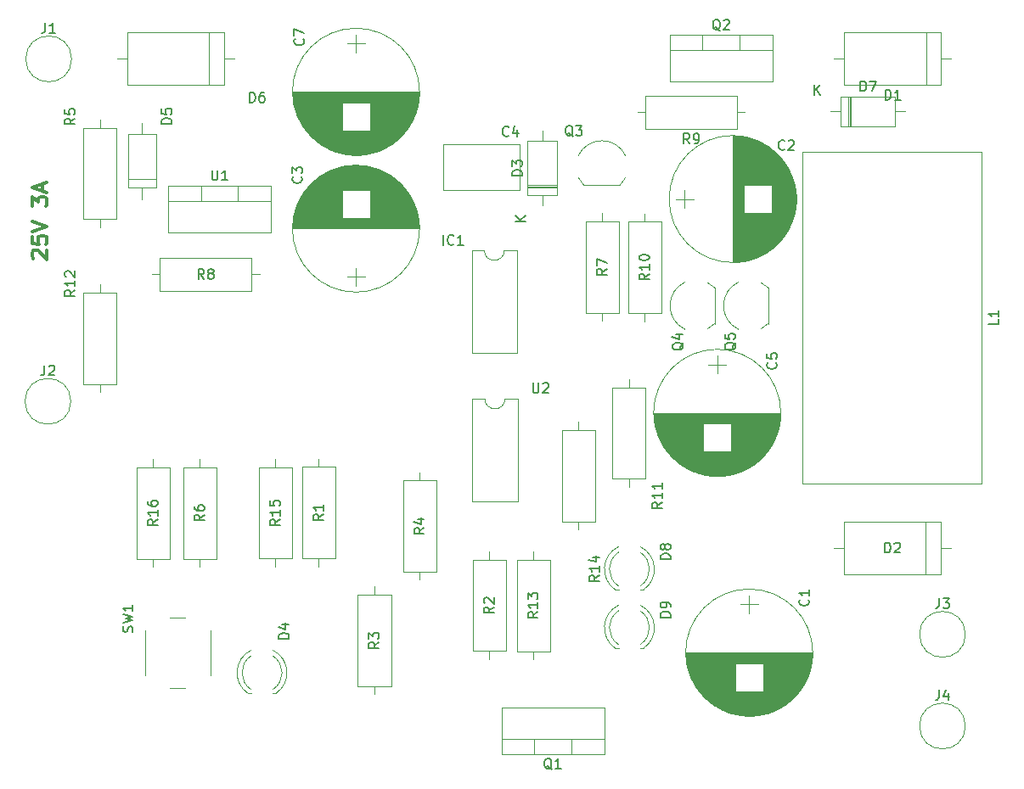
<source format=gbr>
%TF.GenerationSoftware,KiCad,Pcbnew,9.0.6*%
%TF.CreationDate,2025-11-25T19:29:33+09:00*%
%TF.ProjectId,12f675-mppt,31326636-3735-42d6-9d70-70742e6b6963,rev?*%
%TF.SameCoordinates,Original*%
%TF.FileFunction,Legend,Top*%
%TF.FilePolarity,Positive*%
%FSLAX46Y46*%
G04 Gerber Fmt 4.6, Leading zero omitted, Abs format (unit mm)*
G04 Created by KiCad (PCBNEW 9.0.6) date 2025-11-25 19:29:33*
%MOMM*%
%LPD*%
G01*
G04 APERTURE LIST*
%ADD10C,0.300000*%
%ADD11C,0.150000*%
%ADD12C,0.120000*%
G04 APERTURE END LIST*
D10*
X34154745Y-61555164D02*
X34083317Y-61483736D01*
X34083317Y-61483736D02*
X34011888Y-61340879D01*
X34011888Y-61340879D02*
X34011888Y-60983736D01*
X34011888Y-60983736D02*
X34083317Y-60840879D01*
X34083317Y-60840879D02*
X34154745Y-60769450D01*
X34154745Y-60769450D02*
X34297602Y-60698021D01*
X34297602Y-60698021D02*
X34440460Y-60698021D01*
X34440460Y-60698021D02*
X34654745Y-60769450D01*
X34654745Y-60769450D02*
X35511888Y-61626593D01*
X35511888Y-61626593D02*
X35511888Y-60698021D01*
X34011888Y-59340879D02*
X34011888Y-60055165D01*
X34011888Y-60055165D02*
X34726174Y-60126593D01*
X34726174Y-60126593D02*
X34654745Y-60055165D01*
X34654745Y-60055165D02*
X34583317Y-59912308D01*
X34583317Y-59912308D02*
X34583317Y-59555165D01*
X34583317Y-59555165D02*
X34654745Y-59412308D01*
X34654745Y-59412308D02*
X34726174Y-59340879D01*
X34726174Y-59340879D02*
X34869031Y-59269450D01*
X34869031Y-59269450D02*
X35226174Y-59269450D01*
X35226174Y-59269450D02*
X35369031Y-59340879D01*
X35369031Y-59340879D02*
X35440460Y-59412308D01*
X35440460Y-59412308D02*
X35511888Y-59555165D01*
X35511888Y-59555165D02*
X35511888Y-59912308D01*
X35511888Y-59912308D02*
X35440460Y-60055165D01*
X35440460Y-60055165D02*
X35369031Y-60126593D01*
X34011888Y-58840879D02*
X35511888Y-58340879D01*
X35511888Y-58340879D02*
X34011888Y-57840879D01*
X34011888Y-56340880D02*
X34011888Y-55412308D01*
X34011888Y-55412308D02*
X34583317Y-55912308D01*
X34583317Y-55912308D02*
X34583317Y-55698023D01*
X34583317Y-55698023D02*
X34654745Y-55555166D01*
X34654745Y-55555166D02*
X34726174Y-55483737D01*
X34726174Y-55483737D02*
X34869031Y-55412308D01*
X34869031Y-55412308D02*
X35226174Y-55412308D01*
X35226174Y-55412308D02*
X35369031Y-55483737D01*
X35369031Y-55483737D02*
X35440460Y-55555166D01*
X35440460Y-55555166D02*
X35511888Y-55698023D01*
X35511888Y-55698023D02*
X35511888Y-56126594D01*
X35511888Y-56126594D02*
X35440460Y-56269451D01*
X35440460Y-56269451D02*
X35369031Y-56340880D01*
X35083317Y-54840880D02*
X35083317Y-54126595D01*
X35511888Y-54983737D02*
X34011888Y-54483737D01*
X34011888Y-54483737D02*
X35511888Y-53983737D01*
D11*
X111408380Y-95569066D02*
X111456000Y-95616685D01*
X111456000Y-95616685D02*
X111503619Y-95759542D01*
X111503619Y-95759542D02*
X111503619Y-95854780D01*
X111503619Y-95854780D02*
X111456000Y-95997637D01*
X111456000Y-95997637D02*
X111360761Y-96092875D01*
X111360761Y-96092875D02*
X111265523Y-96140494D01*
X111265523Y-96140494D02*
X111075047Y-96188113D01*
X111075047Y-96188113D02*
X110932190Y-96188113D01*
X110932190Y-96188113D02*
X110741714Y-96140494D01*
X110741714Y-96140494D02*
X110646476Y-96092875D01*
X110646476Y-96092875D02*
X110551238Y-95997637D01*
X110551238Y-95997637D02*
X110503619Y-95854780D01*
X110503619Y-95854780D02*
X110503619Y-95759542D01*
X110503619Y-95759542D02*
X110551238Y-95616685D01*
X110551238Y-95616685D02*
X110598857Y-95569066D01*
X111503619Y-94616685D02*
X111503619Y-95188113D01*
X111503619Y-94902399D02*
X110503619Y-94902399D01*
X110503619Y-94902399D02*
X110646476Y-94997637D01*
X110646476Y-94997637D02*
X110741714Y-95092875D01*
X110741714Y-95092875D02*
X110789333Y-95188113D01*
X109063493Y-50631260D02*
X109015874Y-50678880D01*
X109015874Y-50678880D02*
X108873017Y-50726499D01*
X108873017Y-50726499D02*
X108777779Y-50726499D01*
X108777779Y-50726499D02*
X108634922Y-50678880D01*
X108634922Y-50678880D02*
X108539684Y-50583641D01*
X108539684Y-50583641D02*
X108492065Y-50488403D01*
X108492065Y-50488403D02*
X108444446Y-50297927D01*
X108444446Y-50297927D02*
X108444446Y-50155070D01*
X108444446Y-50155070D02*
X108492065Y-49964594D01*
X108492065Y-49964594D02*
X108539684Y-49869356D01*
X108539684Y-49869356D02*
X108634922Y-49774118D01*
X108634922Y-49774118D02*
X108777779Y-49726499D01*
X108777779Y-49726499D02*
X108873017Y-49726499D01*
X108873017Y-49726499D02*
X109015874Y-49774118D01*
X109015874Y-49774118D02*
X109063493Y-49821737D01*
X109444446Y-49821737D02*
X109492065Y-49774118D01*
X109492065Y-49774118D02*
X109587303Y-49726499D01*
X109587303Y-49726499D02*
X109825398Y-49726499D01*
X109825398Y-49726499D02*
X109920636Y-49774118D01*
X109920636Y-49774118D02*
X109968255Y-49821737D01*
X109968255Y-49821737D02*
X110015874Y-49916975D01*
X110015874Y-49916975D02*
X110015874Y-50012213D01*
X110015874Y-50012213D02*
X109968255Y-50155070D01*
X109968255Y-50155070D02*
X109396827Y-50726499D01*
X109396827Y-50726499D02*
X110015874Y-50726499D01*
X60847140Y-53389826D02*
X60894760Y-53437445D01*
X60894760Y-53437445D02*
X60942379Y-53580302D01*
X60942379Y-53580302D02*
X60942379Y-53675540D01*
X60942379Y-53675540D02*
X60894760Y-53818397D01*
X60894760Y-53818397D02*
X60799521Y-53913635D01*
X60799521Y-53913635D02*
X60704283Y-53961254D01*
X60704283Y-53961254D02*
X60513807Y-54008873D01*
X60513807Y-54008873D02*
X60370950Y-54008873D01*
X60370950Y-54008873D02*
X60180474Y-53961254D01*
X60180474Y-53961254D02*
X60085236Y-53913635D01*
X60085236Y-53913635D02*
X59989998Y-53818397D01*
X59989998Y-53818397D02*
X59942379Y-53675540D01*
X59942379Y-53675540D02*
X59942379Y-53580302D01*
X59942379Y-53580302D02*
X59989998Y-53437445D01*
X59989998Y-53437445D02*
X60037617Y-53389826D01*
X59942379Y-53056492D02*
X59942379Y-52437445D01*
X59942379Y-52437445D02*
X60323331Y-52770778D01*
X60323331Y-52770778D02*
X60323331Y-52627921D01*
X60323331Y-52627921D02*
X60370950Y-52532683D01*
X60370950Y-52532683D02*
X60418569Y-52485064D01*
X60418569Y-52485064D02*
X60513807Y-52437445D01*
X60513807Y-52437445D02*
X60751902Y-52437445D01*
X60751902Y-52437445D02*
X60847140Y-52485064D01*
X60847140Y-52485064D02*
X60894760Y-52532683D01*
X60894760Y-52532683D02*
X60942379Y-52627921D01*
X60942379Y-52627921D02*
X60942379Y-52913635D01*
X60942379Y-52913635D02*
X60894760Y-53008873D01*
X60894760Y-53008873D02*
X60847140Y-53056492D01*
X81534973Y-49264740D02*
X81487354Y-49312360D01*
X81487354Y-49312360D02*
X81344497Y-49359979D01*
X81344497Y-49359979D02*
X81249259Y-49359979D01*
X81249259Y-49359979D02*
X81106402Y-49312360D01*
X81106402Y-49312360D02*
X81011164Y-49217121D01*
X81011164Y-49217121D02*
X80963545Y-49121883D01*
X80963545Y-49121883D02*
X80915926Y-48931407D01*
X80915926Y-48931407D02*
X80915926Y-48788550D01*
X80915926Y-48788550D02*
X80963545Y-48598074D01*
X80963545Y-48598074D02*
X81011164Y-48502836D01*
X81011164Y-48502836D02*
X81106402Y-48407598D01*
X81106402Y-48407598D02*
X81249259Y-48359979D01*
X81249259Y-48359979D02*
X81344497Y-48359979D01*
X81344497Y-48359979D02*
X81487354Y-48407598D01*
X81487354Y-48407598D02*
X81534973Y-48455217D01*
X82392116Y-48693312D02*
X82392116Y-49359979D01*
X82154021Y-48312360D02*
X81915926Y-49026645D01*
X81915926Y-49026645D02*
X82534973Y-49026645D01*
X61050340Y-39628106D02*
X61097960Y-39675725D01*
X61097960Y-39675725D02*
X61145579Y-39818582D01*
X61145579Y-39818582D02*
X61145579Y-39913820D01*
X61145579Y-39913820D02*
X61097960Y-40056677D01*
X61097960Y-40056677D02*
X61002721Y-40151915D01*
X61002721Y-40151915D02*
X60907483Y-40199534D01*
X60907483Y-40199534D02*
X60717007Y-40247153D01*
X60717007Y-40247153D02*
X60574150Y-40247153D01*
X60574150Y-40247153D02*
X60383674Y-40199534D01*
X60383674Y-40199534D02*
X60288436Y-40151915D01*
X60288436Y-40151915D02*
X60193198Y-40056677D01*
X60193198Y-40056677D02*
X60145579Y-39913820D01*
X60145579Y-39913820D02*
X60145579Y-39818582D01*
X60145579Y-39818582D02*
X60193198Y-39675725D01*
X60193198Y-39675725D02*
X60240817Y-39628106D01*
X60145579Y-39294772D02*
X60145579Y-38628106D01*
X60145579Y-38628106D02*
X61145579Y-39056677D01*
X119083865Y-45709859D02*
X119083865Y-44709859D01*
X119083865Y-44709859D02*
X119321960Y-44709859D01*
X119321960Y-44709859D02*
X119464817Y-44757478D01*
X119464817Y-44757478D02*
X119560055Y-44852716D01*
X119560055Y-44852716D02*
X119607674Y-44947954D01*
X119607674Y-44947954D02*
X119655293Y-45138430D01*
X119655293Y-45138430D02*
X119655293Y-45281287D01*
X119655293Y-45281287D02*
X119607674Y-45471763D01*
X119607674Y-45471763D02*
X119560055Y-45567001D01*
X119560055Y-45567001D02*
X119464817Y-45662240D01*
X119464817Y-45662240D02*
X119321960Y-45709859D01*
X119321960Y-45709859D02*
X119083865Y-45709859D01*
X120607674Y-45709859D02*
X120036246Y-45709859D01*
X120321960Y-45709859D02*
X120321960Y-44709859D01*
X120321960Y-44709859D02*
X120226722Y-44852716D01*
X120226722Y-44852716D02*
X120131484Y-44947954D01*
X120131484Y-44947954D02*
X120036246Y-44995573D01*
X119043305Y-90904219D02*
X119043305Y-89904219D01*
X119043305Y-89904219D02*
X119281400Y-89904219D01*
X119281400Y-89904219D02*
X119424257Y-89951838D01*
X119424257Y-89951838D02*
X119519495Y-90047076D01*
X119519495Y-90047076D02*
X119567114Y-90142314D01*
X119567114Y-90142314D02*
X119614733Y-90332790D01*
X119614733Y-90332790D02*
X119614733Y-90475647D01*
X119614733Y-90475647D02*
X119567114Y-90666123D01*
X119567114Y-90666123D02*
X119519495Y-90761361D01*
X119519495Y-90761361D02*
X119424257Y-90856600D01*
X119424257Y-90856600D02*
X119281400Y-90904219D01*
X119281400Y-90904219D02*
X119043305Y-90904219D01*
X119995686Y-89999457D02*
X120043305Y-89951838D01*
X120043305Y-89951838D02*
X120138543Y-89904219D01*
X120138543Y-89904219D02*
X120376638Y-89904219D01*
X120376638Y-89904219D02*
X120471876Y-89951838D01*
X120471876Y-89951838D02*
X120519495Y-89999457D01*
X120519495Y-89999457D02*
X120567114Y-90094695D01*
X120567114Y-90094695D02*
X120567114Y-90189933D01*
X120567114Y-90189933D02*
X120519495Y-90332790D01*
X120519495Y-90332790D02*
X119948067Y-90904219D01*
X119948067Y-90904219D02*
X120567114Y-90904219D01*
X59621579Y-99503454D02*
X58621579Y-99503454D01*
X58621579Y-99503454D02*
X58621579Y-99265359D01*
X58621579Y-99265359D02*
X58669198Y-99122502D01*
X58669198Y-99122502D02*
X58764436Y-99027264D01*
X58764436Y-99027264D02*
X58859674Y-98979645D01*
X58859674Y-98979645D02*
X59050150Y-98932026D01*
X59050150Y-98932026D02*
X59193007Y-98932026D01*
X59193007Y-98932026D02*
X59383483Y-98979645D01*
X59383483Y-98979645D02*
X59478721Y-99027264D01*
X59478721Y-99027264D02*
X59573960Y-99122502D01*
X59573960Y-99122502D02*
X59621579Y-99265359D01*
X59621579Y-99265359D02*
X59621579Y-99503454D01*
X58954912Y-98074883D02*
X59621579Y-98074883D01*
X58573960Y-98312978D02*
X59288245Y-98551073D01*
X59288245Y-98551073D02*
X59288245Y-97932026D01*
X47927419Y-48098934D02*
X46927419Y-48098934D01*
X46927419Y-48098934D02*
X46927419Y-47860839D01*
X46927419Y-47860839D02*
X46975038Y-47717982D01*
X46975038Y-47717982D02*
X47070276Y-47622744D01*
X47070276Y-47622744D02*
X47165514Y-47575125D01*
X47165514Y-47575125D02*
X47355990Y-47527506D01*
X47355990Y-47527506D02*
X47498847Y-47527506D01*
X47498847Y-47527506D02*
X47689323Y-47575125D01*
X47689323Y-47575125D02*
X47784561Y-47622744D01*
X47784561Y-47622744D02*
X47879800Y-47717982D01*
X47879800Y-47717982D02*
X47927419Y-47860839D01*
X47927419Y-47860839D02*
X47927419Y-48098934D01*
X46927419Y-46622744D02*
X46927419Y-47098934D01*
X46927419Y-47098934D02*
X47403609Y-47146553D01*
X47403609Y-47146553D02*
X47355990Y-47098934D01*
X47355990Y-47098934D02*
X47308371Y-47003696D01*
X47308371Y-47003696D02*
X47308371Y-46765601D01*
X47308371Y-46765601D02*
X47355990Y-46670363D01*
X47355990Y-46670363D02*
X47403609Y-46622744D01*
X47403609Y-46622744D02*
X47498847Y-46575125D01*
X47498847Y-46575125D02*
X47736942Y-46575125D01*
X47736942Y-46575125D02*
X47832180Y-46622744D01*
X47832180Y-46622744D02*
X47879800Y-46670363D01*
X47879800Y-46670363D02*
X47927419Y-46765601D01*
X47927419Y-46765601D02*
X47927419Y-47003696D01*
X47927419Y-47003696D02*
X47879800Y-47098934D01*
X47879800Y-47098934D02*
X47832180Y-47146553D01*
X55695625Y-45966539D02*
X55695625Y-44966539D01*
X55695625Y-44966539D02*
X55933720Y-44966539D01*
X55933720Y-44966539D02*
X56076577Y-45014158D01*
X56076577Y-45014158D02*
X56171815Y-45109396D01*
X56171815Y-45109396D02*
X56219434Y-45204634D01*
X56219434Y-45204634D02*
X56267053Y-45395110D01*
X56267053Y-45395110D02*
X56267053Y-45537967D01*
X56267053Y-45537967D02*
X56219434Y-45728443D01*
X56219434Y-45728443D02*
X56171815Y-45823681D01*
X56171815Y-45823681D02*
X56076577Y-45918920D01*
X56076577Y-45918920D02*
X55933720Y-45966539D01*
X55933720Y-45966539D02*
X55695625Y-45966539D01*
X57124196Y-44966539D02*
X56933720Y-44966539D01*
X56933720Y-44966539D02*
X56838482Y-45014158D01*
X56838482Y-45014158D02*
X56790863Y-45061777D01*
X56790863Y-45061777D02*
X56695625Y-45204634D01*
X56695625Y-45204634D02*
X56648006Y-45395110D01*
X56648006Y-45395110D02*
X56648006Y-45776062D01*
X56648006Y-45776062D02*
X56695625Y-45871300D01*
X56695625Y-45871300D02*
X56743244Y-45918920D01*
X56743244Y-45918920D02*
X56838482Y-45966539D01*
X56838482Y-45966539D02*
X57028958Y-45966539D01*
X57028958Y-45966539D02*
X57124196Y-45918920D01*
X57124196Y-45918920D02*
X57171815Y-45871300D01*
X57171815Y-45871300D02*
X57219434Y-45776062D01*
X57219434Y-45776062D02*
X57219434Y-45537967D01*
X57219434Y-45537967D02*
X57171815Y-45442729D01*
X57171815Y-45442729D02*
X57124196Y-45395110D01*
X57124196Y-45395110D02*
X57028958Y-45347491D01*
X57028958Y-45347491D02*
X56838482Y-45347491D01*
X56838482Y-45347491D02*
X56743244Y-45395110D01*
X56743244Y-45395110D02*
X56695625Y-45442729D01*
X56695625Y-45442729D02*
X56648006Y-45537967D01*
X97665699Y-91563414D02*
X96665699Y-91563414D01*
X96665699Y-91563414D02*
X96665699Y-91325319D01*
X96665699Y-91325319D02*
X96713318Y-91182462D01*
X96713318Y-91182462D02*
X96808556Y-91087224D01*
X96808556Y-91087224D02*
X96903794Y-91039605D01*
X96903794Y-91039605D02*
X97094270Y-90991986D01*
X97094270Y-90991986D02*
X97237127Y-90991986D01*
X97237127Y-90991986D02*
X97427603Y-91039605D01*
X97427603Y-91039605D02*
X97522841Y-91087224D01*
X97522841Y-91087224D02*
X97618080Y-91182462D01*
X97618080Y-91182462D02*
X97665699Y-91325319D01*
X97665699Y-91325319D02*
X97665699Y-91563414D01*
X97094270Y-90420557D02*
X97046651Y-90515795D01*
X97046651Y-90515795D02*
X96999032Y-90563414D01*
X96999032Y-90563414D02*
X96903794Y-90611033D01*
X96903794Y-90611033D02*
X96856175Y-90611033D01*
X96856175Y-90611033D02*
X96760937Y-90563414D01*
X96760937Y-90563414D02*
X96713318Y-90515795D01*
X96713318Y-90515795D02*
X96665699Y-90420557D01*
X96665699Y-90420557D02*
X96665699Y-90230081D01*
X96665699Y-90230081D02*
X96713318Y-90134843D01*
X96713318Y-90134843D02*
X96760937Y-90087224D01*
X96760937Y-90087224D02*
X96856175Y-90039605D01*
X96856175Y-90039605D02*
X96903794Y-90039605D01*
X96903794Y-90039605D02*
X96999032Y-90087224D01*
X96999032Y-90087224D02*
X97046651Y-90134843D01*
X97046651Y-90134843D02*
X97094270Y-90230081D01*
X97094270Y-90230081D02*
X97094270Y-90420557D01*
X97094270Y-90420557D02*
X97141889Y-90515795D01*
X97141889Y-90515795D02*
X97189508Y-90563414D01*
X97189508Y-90563414D02*
X97284746Y-90611033D01*
X97284746Y-90611033D02*
X97475222Y-90611033D01*
X97475222Y-90611033D02*
X97570460Y-90563414D01*
X97570460Y-90563414D02*
X97618080Y-90515795D01*
X97618080Y-90515795D02*
X97665699Y-90420557D01*
X97665699Y-90420557D02*
X97665699Y-90230081D01*
X97665699Y-90230081D02*
X97618080Y-90134843D01*
X97618080Y-90134843D02*
X97570460Y-90087224D01*
X97570460Y-90087224D02*
X97475222Y-90039605D01*
X97475222Y-90039605D02*
X97284746Y-90039605D01*
X97284746Y-90039605D02*
X97189508Y-90087224D01*
X97189508Y-90087224D02*
X97141889Y-90134843D01*
X97141889Y-90134843D02*
X97094270Y-90230081D01*
X97665699Y-97354614D02*
X96665699Y-97354614D01*
X96665699Y-97354614D02*
X96665699Y-97116519D01*
X96665699Y-97116519D02*
X96713318Y-96973662D01*
X96713318Y-96973662D02*
X96808556Y-96878424D01*
X96808556Y-96878424D02*
X96903794Y-96830805D01*
X96903794Y-96830805D02*
X97094270Y-96783186D01*
X97094270Y-96783186D02*
X97237127Y-96783186D01*
X97237127Y-96783186D02*
X97427603Y-96830805D01*
X97427603Y-96830805D02*
X97522841Y-96878424D01*
X97522841Y-96878424D02*
X97618080Y-96973662D01*
X97618080Y-96973662D02*
X97665699Y-97116519D01*
X97665699Y-97116519D02*
X97665699Y-97354614D01*
X97665699Y-96306995D02*
X97665699Y-96116519D01*
X97665699Y-96116519D02*
X97618080Y-96021281D01*
X97618080Y-96021281D02*
X97570460Y-95973662D01*
X97570460Y-95973662D02*
X97427603Y-95878424D01*
X97427603Y-95878424D02*
X97237127Y-95830805D01*
X97237127Y-95830805D02*
X96856175Y-95830805D01*
X96856175Y-95830805D02*
X96760937Y-95878424D01*
X96760937Y-95878424D02*
X96713318Y-95926043D01*
X96713318Y-95926043D02*
X96665699Y-96021281D01*
X96665699Y-96021281D02*
X96665699Y-96211757D01*
X96665699Y-96211757D02*
X96713318Y-96306995D01*
X96713318Y-96306995D02*
X96760937Y-96354614D01*
X96760937Y-96354614D02*
X96856175Y-96402233D01*
X96856175Y-96402233D02*
X97094270Y-96402233D01*
X97094270Y-96402233D02*
X97189508Y-96354614D01*
X97189508Y-96354614D02*
X97237127Y-96306995D01*
X97237127Y-96306995D02*
X97284746Y-96211757D01*
X97284746Y-96211757D02*
X97284746Y-96021281D01*
X97284746Y-96021281D02*
X97237127Y-95926043D01*
X97237127Y-95926043D02*
X97189508Y-95878424D01*
X97189508Y-95878424D02*
X97094270Y-95830805D01*
X75010450Y-60195619D02*
X75010450Y-59195619D01*
X76058068Y-60100380D02*
X76010449Y-60148000D01*
X76010449Y-60148000D02*
X75867592Y-60195619D01*
X75867592Y-60195619D02*
X75772354Y-60195619D01*
X75772354Y-60195619D02*
X75629497Y-60148000D01*
X75629497Y-60148000D02*
X75534259Y-60052761D01*
X75534259Y-60052761D02*
X75486640Y-59957523D01*
X75486640Y-59957523D02*
X75439021Y-59767047D01*
X75439021Y-59767047D02*
X75439021Y-59624190D01*
X75439021Y-59624190D02*
X75486640Y-59433714D01*
X75486640Y-59433714D02*
X75534259Y-59338476D01*
X75534259Y-59338476D02*
X75629497Y-59243238D01*
X75629497Y-59243238D02*
X75772354Y-59195619D01*
X75772354Y-59195619D02*
X75867592Y-59195619D01*
X75867592Y-59195619D02*
X76010449Y-59243238D01*
X76010449Y-59243238D02*
X76058068Y-59290857D01*
X77010449Y-60195619D02*
X76439021Y-60195619D01*
X76724735Y-60195619D02*
X76724735Y-59195619D01*
X76724735Y-59195619D02*
X76629497Y-59338476D01*
X76629497Y-59338476D02*
X76534259Y-59433714D01*
X76534259Y-59433714D02*
X76439021Y-59481333D01*
X130405659Y-67613826D02*
X130405659Y-68090016D01*
X130405659Y-68090016D02*
X129405659Y-68090016D01*
X130405659Y-66756683D02*
X130405659Y-67328111D01*
X130405659Y-67042397D02*
X129405659Y-67042397D01*
X129405659Y-67042397D02*
X129548516Y-67137635D01*
X129548516Y-67137635D02*
X129643754Y-67232873D01*
X129643754Y-67232873D02*
X129691373Y-67328111D01*
X85838041Y-112541697D02*
X85742803Y-112494078D01*
X85742803Y-112494078D02*
X85647565Y-112398840D01*
X85647565Y-112398840D02*
X85504708Y-112255982D01*
X85504708Y-112255982D02*
X85409470Y-112208363D01*
X85409470Y-112208363D02*
X85314232Y-112208363D01*
X85361851Y-112446459D02*
X85266613Y-112398840D01*
X85266613Y-112398840D02*
X85171375Y-112303601D01*
X85171375Y-112303601D02*
X85123756Y-112113125D01*
X85123756Y-112113125D02*
X85123756Y-111779792D01*
X85123756Y-111779792D02*
X85171375Y-111589316D01*
X85171375Y-111589316D02*
X85266613Y-111494078D01*
X85266613Y-111494078D02*
X85361851Y-111446459D01*
X85361851Y-111446459D02*
X85552327Y-111446459D01*
X85552327Y-111446459D02*
X85647565Y-111494078D01*
X85647565Y-111494078D02*
X85742803Y-111589316D01*
X85742803Y-111589316D02*
X85790422Y-111779792D01*
X85790422Y-111779792D02*
X85790422Y-112113125D01*
X85790422Y-112113125D02*
X85742803Y-112303601D01*
X85742803Y-112303601D02*
X85647565Y-112398840D01*
X85647565Y-112398840D02*
X85552327Y-112446459D01*
X85552327Y-112446459D02*
X85361851Y-112446459D01*
X86742803Y-112446459D02*
X86171375Y-112446459D01*
X86457089Y-112446459D02*
X86457089Y-111446459D01*
X86457089Y-111446459D02*
X86361851Y-111589316D01*
X86361851Y-111589316D02*
X86266613Y-111684554D01*
X86266613Y-111684554D02*
X86171375Y-111732173D01*
X102627441Y-38809577D02*
X102532203Y-38761958D01*
X102532203Y-38761958D02*
X102436965Y-38666720D01*
X102436965Y-38666720D02*
X102294108Y-38523862D01*
X102294108Y-38523862D02*
X102198870Y-38476243D01*
X102198870Y-38476243D02*
X102103632Y-38476243D01*
X102151251Y-38714339D02*
X102056013Y-38666720D01*
X102056013Y-38666720D02*
X101960775Y-38571481D01*
X101960775Y-38571481D02*
X101913156Y-38381005D01*
X101913156Y-38381005D02*
X101913156Y-38047672D01*
X101913156Y-38047672D02*
X101960775Y-37857196D01*
X101960775Y-37857196D02*
X102056013Y-37761958D01*
X102056013Y-37761958D02*
X102151251Y-37714339D01*
X102151251Y-37714339D02*
X102341727Y-37714339D01*
X102341727Y-37714339D02*
X102436965Y-37761958D01*
X102436965Y-37761958D02*
X102532203Y-37857196D01*
X102532203Y-37857196D02*
X102579822Y-38047672D01*
X102579822Y-38047672D02*
X102579822Y-38381005D01*
X102579822Y-38381005D02*
X102532203Y-38571481D01*
X102532203Y-38571481D02*
X102436965Y-38666720D01*
X102436965Y-38666720D02*
X102341727Y-38714339D01*
X102341727Y-38714339D02*
X102151251Y-38714339D01*
X102960775Y-37809577D02*
X103008394Y-37761958D01*
X103008394Y-37761958D02*
X103103632Y-37714339D01*
X103103632Y-37714339D02*
X103341727Y-37714339D01*
X103341727Y-37714339D02*
X103436965Y-37761958D01*
X103436965Y-37761958D02*
X103484584Y-37809577D01*
X103484584Y-37809577D02*
X103532203Y-37904815D01*
X103532203Y-37904815D02*
X103532203Y-38000053D01*
X103532203Y-38000053D02*
X103484584Y-38142910D01*
X103484584Y-38142910D02*
X102913156Y-38714339D01*
X102913156Y-38714339D02*
X103532203Y-38714339D01*
X104197297Y-69950318D02*
X104149678Y-70045556D01*
X104149678Y-70045556D02*
X104054440Y-70140794D01*
X104054440Y-70140794D02*
X103911582Y-70283651D01*
X103911582Y-70283651D02*
X103863963Y-70378889D01*
X103863963Y-70378889D02*
X103863963Y-70474127D01*
X104102059Y-70426508D02*
X104054440Y-70521746D01*
X104054440Y-70521746D02*
X103959201Y-70616984D01*
X103959201Y-70616984D02*
X103768725Y-70664603D01*
X103768725Y-70664603D02*
X103435392Y-70664603D01*
X103435392Y-70664603D02*
X103244916Y-70616984D01*
X103244916Y-70616984D02*
X103149678Y-70521746D01*
X103149678Y-70521746D02*
X103102059Y-70426508D01*
X103102059Y-70426508D02*
X103102059Y-70236032D01*
X103102059Y-70236032D02*
X103149678Y-70140794D01*
X103149678Y-70140794D02*
X103244916Y-70045556D01*
X103244916Y-70045556D02*
X103435392Y-69997937D01*
X103435392Y-69997937D02*
X103768725Y-69997937D01*
X103768725Y-69997937D02*
X103959201Y-70045556D01*
X103959201Y-70045556D02*
X104054440Y-70140794D01*
X104054440Y-70140794D02*
X104102059Y-70236032D01*
X104102059Y-70236032D02*
X104102059Y-70426508D01*
X103102059Y-69093175D02*
X103102059Y-69569365D01*
X103102059Y-69569365D02*
X103578249Y-69616984D01*
X103578249Y-69616984D02*
X103530630Y-69569365D01*
X103530630Y-69569365D02*
X103483011Y-69474127D01*
X103483011Y-69474127D02*
X103483011Y-69236032D01*
X103483011Y-69236032D02*
X103530630Y-69140794D01*
X103530630Y-69140794D02*
X103578249Y-69093175D01*
X103578249Y-69093175D02*
X103673487Y-69045556D01*
X103673487Y-69045556D02*
X103911582Y-69045556D01*
X103911582Y-69045556D02*
X104006820Y-69093175D01*
X104006820Y-69093175D02*
X104054440Y-69140794D01*
X104054440Y-69140794D02*
X104102059Y-69236032D01*
X104102059Y-69236032D02*
X104102059Y-69474127D01*
X104102059Y-69474127D02*
X104054440Y-69569365D01*
X104054440Y-69569365D02*
X104006820Y-69616984D01*
X63035339Y-87080386D02*
X62559148Y-87413719D01*
X63035339Y-87651814D02*
X62035339Y-87651814D01*
X62035339Y-87651814D02*
X62035339Y-87270862D01*
X62035339Y-87270862D02*
X62082958Y-87175624D01*
X62082958Y-87175624D02*
X62130577Y-87128005D01*
X62130577Y-87128005D02*
X62225815Y-87080386D01*
X62225815Y-87080386D02*
X62368672Y-87080386D01*
X62368672Y-87080386D02*
X62463910Y-87128005D01*
X62463910Y-87128005D02*
X62511529Y-87175624D01*
X62511529Y-87175624D02*
X62559148Y-87270862D01*
X62559148Y-87270862D02*
X62559148Y-87651814D01*
X63035339Y-86128005D02*
X63035339Y-86699433D01*
X63035339Y-86413719D02*
X62035339Y-86413719D01*
X62035339Y-86413719D02*
X62178196Y-86508957D01*
X62178196Y-86508957D02*
X62273434Y-86604195D01*
X62273434Y-86604195D02*
X62321053Y-86699433D01*
X80053339Y-96331066D02*
X79577148Y-96664399D01*
X80053339Y-96902494D02*
X79053339Y-96902494D01*
X79053339Y-96902494D02*
X79053339Y-96521542D01*
X79053339Y-96521542D02*
X79100958Y-96426304D01*
X79100958Y-96426304D02*
X79148577Y-96378685D01*
X79148577Y-96378685D02*
X79243815Y-96331066D01*
X79243815Y-96331066D02*
X79386672Y-96331066D01*
X79386672Y-96331066D02*
X79481910Y-96378685D01*
X79481910Y-96378685D02*
X79529529Y-96426304D01*
X79529529Y-96426304D02*
X79577148Y-96521542D01*
X79577148Y-96521542D02*
X79577148Y-96902494D01*
X79148577Y-95950113D02*
X79100958Y-95902494D01*
X79100958Y-95902494D02*
X79053339Y-95807256D01*
X79053339Y-95807256D02*
X79053339Y-95569161D01*
X79053339Y-95569161D02*
X79100958Y-95473923D01*
X79100958Y-95473923D02*
X79148577Y-95426304D01*
X79148577Y-95426304D02*
X79243815Y-95378685D01*
X79243815Y-95378685D02*
X79339053Y-95378685D01*
X79339053Y-95378685D02*
X79481910Y-95426304D01*
X79481910Y-95426304D02*
X80053339Y-95997732D01*
X80053339Y-95997732D02*
X80053339Y-95378685D01*
X68597939Y-99831186D02*
X68121748Y-100164519D01*
X68597939Y-100402614D02*
X67597939Y-100402614D01*
X67597939Y-100402614D02*
X67597939Y-100021662D01*
X67597939Y-100021662D02*
X67645558Y-99926424D01*
X67645558Y-99926424D02*
X67693177Y-99878805D01*
X67693177Y-99878805D02*
X67788415Y-99831186D01*
X67788415Y-99831186D02*
X67931272Y-99831186D01*
X67931272Y-99831186D02*
X68026510Y-99878805D01*
X68026510Y-99878805D02*
X68074129Y-99926424D01*
X68074129Y-99926424D02*
X68121748Y-100021662D01*
X68121748Y-100021662D02*
X68121748Y-100402614D01*
X67597939Y-99497852D02*
X67597939Y-98878805D01*
X67597939Y-98878805D02*
X67978891Y-99212138D01*
X67978891Y-99212138D02*
X67978891Y-99069281D01*
X67978891Y-99069281D02*
X68026510Y-98974043D01*
X68026510Y-98974043D02*
X68074129Y-98926424D01*
X68074129Y-98926424D02*
X68169367Y-98878805D01*
X68169367Y-98878805D02*
X68407462Y-98878805D01*
X68407462Y-98878805D02*
X68502700Y-98926424D01*
X68502700Y-98926424D02*
X68550320Y-98974043D01*
X68550320Y-98974043D02*
X68597939Y-99069281D01*
X68597939Y-99069281D02*
X68597939Y-99354995D01*
X68597939Y-99354995D02*
X68550320Y-99450233D01*
X68550320Y-99450233D02*
X68502700Y-99497852D01*
X73103899Y-88416426D02*
X72627708Y-88749759D01*
X73103899Y-88987854D02*
X72103899Y-88987854D01*
X72103899Y-88987854D02*
X72103899Y-88606902D01*
X72103899Y-88606902D02*
X72151518Y-88511664D01*
X72151518Y-88511664D02*
X72199137Y-88464045D01*
X72199137Y-88464045D02*
X72294375Y-88416426D01*
X72294375Y-88416426D02*
X72437232Y-88416426D01*
X72437232Y-88416426D02*
X72532470Y-88464045D01*
X72532470Y-88464045D02*
X72580089Y-88511664D01*
X72580089Y-88511664D02*
X72627708Y-88606902D01*
X72627708Y-88606902D02*
X72627708Y-88987854D01*
X72437232Y-87559283D02*
X73103899Y-87559283D01*
X72056280Y-87797378D02*
X72770565Y-88035473D01*
X72770565Y-88035473D02*
X72770565Y-87416426D01*
X38285579Y-47563066D02*
X37809388Y-47896399D01*
X38285579Y-48134494D02*
X37285579Y-48134494D01*
X37285579Y-48134494D02*
X37285579Y-47753542D01*
X37285579Y-47753542D02*
X37333198Y-47658304D01*
X37333198Y-47658304D02*
X37380817Y-47610685D01*
X37380817Y-47610685D02*
X37476055Y-47563066D01*
X37476055Y-47563066D02*
X37618912Y-47563066D01*
X37618912Y-47563066D02*
X37714150Y-47610685D01*
X37714150Y-47610685D02*
X37761769Y-47658304D01*
X37761769Y-47658304D02*
X37809388Y-47753542D01*
X37809388Y-47753542D02*
X37809388Y-48134494D01*
X37285579Y-46658304D02*
X37285579Y-47134494D01*
X37285579Y-47134494D02*
X37761769Y-47182113D01*
X37761769Y-47182113D02*
X37714150Y-47134494D01*
X37714150Y-47134494D02*
X37666531Y-47039256D01*
X37666531Y-47039256D02*
X37666531Y-46801161D01*
X37666531Y-46801161D02*
X37714150Y-46705923D01*
X37714150Y-46705923D02*
X37761769Y-46658304D01*
X37761769Y-46658304D02*
X37857007Y-46610685D01*
X37857007Y-46610685D02*
X38095102Y-46610685D01*
X38095102Y-46610685D02*
X38190340Y-46658304D01*
X38190340Y-46658304D02*
X38237960Y-46705923D01*
X38237960Y-46705923D02*
X38285579Y-46801161D01*
X38285579Y-46801161D02*
X38285579Y-47039256D01*
X38285579Y-47039256D02*
X38237960Y-47134494D01*
X38237960Y-47134494D02*
X38190340Y-47182113D01*
X51178619Y-87115946D02*
X50702428Y-87449279D01*
X51178619Y-87687374D02*
X50178619Y-87687374D01*
X50178619Y-87687374D02*
X50178619Y-87306422D01*
X50178619Y-87306422D02*
X50226238Y-87211184D01*
X50226238Y-87211184D02*
X50273857Y-87163565D01*
X50273857Y-87163565D02*
X50369095Y-87115946D01*
X50369095Y-87115946D02*
X50511952Y-87115946D01*
X50511952Y-87115946D02*
X50607190Y-87163565D01*
X50607190Y-87163565D02*
X50654809Y-87211184D01*
X50654809Y-87211184D02*
X50702428Y-87306422D01*
X50702428Y-87306422D02*
X50702428Y-87687374D01*
X50178619Y-86258803D02*
X50178619Y-86449279D01*
X50178619Y-86449279D02*
X50226238Y-86544517D01*
X50226238Y-86544517D02*
X50273857Y-86592136D01*
X50273857Y-86592136D02*
X50416714Y-86687374D01*
X50416714Y-86687374D02*
X50607190Y-86734993D01*
X50607190Y-86734993D02*
X50988142Y-86734993D01*
X50988142Y-86734993D02*
X51083380Y-86687374D01*
X51083380Y-86687374D02*
X51131000Y-86639755D01*
X51131000Y-86639755D02*
X51178619Y-86544517D01*
X51178619Y-86544517D02*
X51178619Y-86354041D01*
X51178619Y-86354041D02*
X51131000Y-86258803D01*
X51131000Y-86258803D02*
X51083380Y-86211184D01*
X51083380Y-86211184D02*
X50988142Y-86163565D01*
X50988142Y-86163565D02*
X50750047Y-86163565D01*
X50750047Y-86163565D02*
X50654809Y-86211184D01*
X50654809Y-86211184D02*
X50607190Y-86258803D01*
X50607190Y-86258803D02*
X50559571Y-86354041D01*
X50559571Y-86354041D02*
X50559571Y-86544517D01*
X50559571Y-86544517D02*
X50607190Y-86639755D01*
X50607190Y-86639755D02*
X50654809Y-86687374D01*
X50654809Y-86687374D02*
X50750047Y-86734993D01*
X91315699Y-62579546D02*
X90839508Y-62912879D01*
X91315699Y-63150974D02*
X90315699Y-63150974D01*
X90315699Y-63150974D02*
X90315699Y-62770022D01*
X90315699Y-62770022D02*
X90363318Y-62674784D01*
X90363318Y-62674784D02*
X90410937Y-62627165D01*
X90410937Y-62627165D02*
X90506175Y-62579546D01*
X90506175Y-62579546D02*
X90649032Y-62579546D01*
X90649032Y-62579546D02*
X90744270Y-62627165D01*
X90744270Y-62627165D02*
X90791889Y-62674784D01*
X90791889Y-62674784D02*
X90839508Y-62770022D01*
X90839508Y-62770022D02*
X90839508Y-63150974D01*
X90315699Y-62246212D02*
X90315699Y-61579546D01*
X90315699Y-61579546D02*
X91315699Y-62008117D01*
X99568973Y-50079419D02*
X99235640Y-49603228D01*
X98997545Y-50079419D02*
X98997545Y-49079419D01*
X98997545Y-49079419D02*
X99378497Y-49079419D01*
X99378497Y-49079419D02*
X99473735Y-49127038D01*
X99473735Y-49127038D02*
X99521354Y-49174657D01*
X99521354Y-49174657D02*
X99568973Y-49269895D01*
X99568973Y-49269895D02*
X99568973Y-49412752D01*
X99568973Y-49412752D02*
X99521354Y-49507990D01*
X99521354Y-49507990D02*
X99473735Y-49555609D01*
X99473735Y-49555609D02*
X99378497Y-49603228D01*
X99378497Y-49603228D02*
X98997545Y-49603228D01*
X100045164Y-50079419D02*
X100235640Y-50079419D01*
X100235640Y-50079419D02*
X100330878Y-50031800D01*
X100330878Y-50031800D02*
X100378497Y-49984180D01*
X100378497Y-49984180D02*
X100473735Y-49841323D01*
X100473735Y-49841323D02*
X100521354Y-49650847D01*
X100521354Y-49650847D02*
X100521354Y-49269895D01*
X100521354Y-49269895D02*
X100473735Y-49174657D01*
X100473735Y-49174657D02*
X100426116Y-49127038D01*
X100426116Y-49127038D02*
X100330878Y-49079419D01*
X100330878Y-49079419D02*
X100140402Y-49079419D01*
X100140402Y-49079419D02*
X100045164Y-49127038D01*
X100045164Y-49127038D02*
X99997545Y-49174657D01*
X99997545Y-49174657D02*
X99949926Y-49269895D01*
X99949926Y-49269895D02*
X99949926Y-49507990D01*
X99949926Y-49507990D02*
X99997545Y-49603228D01*
X99997545Y-49603228D02*
X100045164Y-49650847D01*
X100045164Y-49650847D02*
X100140402Y-49698466D01*
X100140402Y-49698466D02*
X100330878Y-49698466D01*
X100330878Y-49698466D02*
X100426116Y-49650847D01*
X100426116Y-49650847D02*
X100473735Y-49603228D01*
X100473735Y-49603228D02*
X100521354Y-49507990D01*
X95547339Y-63076057D02*
X95071148Y-63409390D01*
X95547339Y-63647485D02*
X94547339Y-63647485D01*
X94547339Y-63647485D02*
X94547339Y-63266533D01*
X94547339Y-63266533D02*
X94594958Y-63171295D01*
X94594958Y-63171295D02*
X94642577Y-63123676D01*
X94642577Y-63123676D02*
X94737815Y-63076057D01*
X94737815Y-63076057D02*
X94880672Y-63076057D01*
X94880672Y-63076057D02*
X94975910Y-63123676D01*
X94975910Y-63123676D02*
X95023529Y-63171295D01*
X95023529Y-63171295D02*
X95071148Y-63266533D01*
X95071148Y-63266533D02*
X95071148Y-63647485D01*
X95547339Y-62123676D02*
X95547339Y-62695104D01*
X95547339Y-62409390D02*
X94547339Y-62409390D01*
X94547339Y-62409390D02*
X94690196Y-62504628D01*
X94690196Y-62504628D02*
X94785434Y-62599866D01*
X94785434Y-62599866D02*
X94833053Y-62695104D01*
X94547339Y-61504628D02*
X94547339Y-61409390D01*
X94547339Y-61409390D02*
X94594958Y-61314152D01*
X94594958Y-61314152D02*
X94642577Y-61266533D01*
X94642577Y-61266533D02*
X94737815Y-61218914D01*
X94737815Y-61218914D02*
X94928291Y-61171295D01*
X94928291Y-61171295D02*
X95166386Y-61171295D01*
X95166386Y-61171295D02*
X95356862Y-61218914D01*
X95356862Y-61218914D02*
X95452100Y-61266533D01*
X95452100Y-61266533D02*
X95499720Y-61314152D01*
X95499720Y-61314152D02*
X95547339Y-61409390D01*
X95547339Y-61409390D02*
X95547339Y-61504628D01*
X95547339Y-61504628D02*
X95499720Y-61599866D01*
X95499720Y-61599866D02*
X95452100Y-61647485D01*
X95452100Y-61647485D02*
X95356862Y-61695104D01*
X95356862Y-61695104D02*
X95166386Y-61742723D01*
X95166386Y-61742723D02*
X94928291Y-61742723D01*
X94928291Y-61742723D02*
X94737815Y-61695104D01*
X94737815Y-61695104D02*
X94642577Y-61647485D01*
X94642577Y-61647485D02*
X94594958Y-61599866D01*
X94594958Y-61599866D02*
X94547339Y-61504628D01*
X38285579Y-64696577D02*
X37809388Y-65029910D01*
X38285579Y-65268005D02*
X37285579Y-65268005D01*
X37285579Y-65268005D02*
X37285579Y-64887053D01*
X37285579Y-64887053D02*
X37333198Y-64791815D01*
X37333198Y-64791815D02*
X37380817Y-64744196D01*
X37380817Y-64744196D02*
X37476055Y-64696577D01*
X37476055Y-64696577D02*
X37618912Y-64696577D01*
X37618912Y-64696577D02*
X37714150Y-64744196D01*
X37714150Y-64744196D02*
X37761769Y-64791815D01*
X37761769Y-64791815D02*
X37809388Y-64887053D01*
X37809388Y-64887053D02*
X37809388Y-65268005D01*
X38285579Y-63744196D02*
X38285579Y-64315624D01*
X38285579Y-64029910D02*
X37285579Y-64029910D01*
X37285579Y-64029910D02*
X37428436Y-64125148D01*
X37428436Y-64125148D02*
X37523674Y-64220386D01*
X37523674Y-64220386D02*
X37571293Y-64315624D01*
X37380817Y-63363243D02*
X37333198Y-63315624D01*
X37333198Y-63315624D02*
X37285579Y-63220386D01*
X37285579Y-63220386D02*
X37285579Y-62982291D01*
X37285579Y-62982291D02*
X37333198Y-62887053D01*
X37333198Y-62887053D02*
X37380817Y-62839434D01*
X37380817Y-62839434D02*
X37476055Y-62791815D01*
X37476055Y-62791815D02*
X37571293Y-62791815D01*
X37571293Y-62791815D02*
X37714150Y-62839434D01*
X37714150Y-62839434D02*
X38285579Y-63410862D01*
X38285579Y-63410862D02*
X38285579Y-62791815D01*
X84447539Y-96827577D02*
X83971348Y-97160910D01*
X84447539Y-97399005D02*
X83447539Y-97399005D01*
X83447539Y-97399005D02*
X83447539Y-97018053D01*
X83447539Y-97018053D02*
X83495158Y-96922815D01*
X83495158Y-96922815D02*
X83542777Y-96875196D01*
X83542777Y-96875196D02*
X83638015Y-96827577D01*
X83638015Y-96827577D02*
X83780872Y-96827577D01*
X83780872Y-96827577D02*
X83876110Y-96875196D01*
X83876110Y-96875196D02*
X83923729Y-96922815D01*
X83923729Y-96922815D02*
X83971348Y-97018053D01*
X83971348Y-97018053D02*
X83971348Y-97399005D01*
X84447539Y-95875196D02*
X84447539Y-96446624D01*
X84447539Y-96160910D02*
X83447539Y-96160910D01*
X83447539Y-96160910D02*
X83590396Y-96256148D01*
X83590396Y-96256148D02*
X83685634Y-96351386D01*
X83685634Y-96351386D02*
X83733253Y-96446624D01*
X83447539Y-95541862D02*
X83447539Y-94922815D01*
X83447539Y-94922815D02*
X83828491Y-95256148D01*
X83828491Y-95256148D02*
X83828491Y-95113291D01*
X83828491Y-95113291D02*
X83876110Y-95018053D01*
X83876110Y-95018053D02*
X83923729Y-94970434D01*
X83923729Y-94970434D02*
X84018967Y-94922815D01*
X84018967Y-94922815D02*
X84257062Y-94922815D01*
X84257062Y-94922815D02*
X84352300Y-94970434D01*
X84352300Y-94970434D02*
X84399920Y-95018053D01*
X84399920Y-95018053D02*
X84447539Y-95113291D01*
X84447539Y-95113291D02*
X84447539Y-95399005D01*
X84447539Y-95399005D02*
X84399920Y-95494243D01*
X84399920Y-95494243D02*
X84352300Y-95541862D01*
X90558779Y-93175057D02*
X90082588Y-93508390D01*
X90558779Y-93746485D02*
X89558779Y-93746485D01*
X89558779Y-93746485D02*
X89558779Y-93365533D01*
X89558779Y-93365533D02*
X89606398Y-93270295D01*
X89606398Y-93270295D02*
X89654017Y-93222676D01*
X89654017Y-93222676D02*
X89749255Y-93175057D01*
X89749255Y-93175057D02*
X89892112Y-93175057D01*
X89892112Y-93175057D02*
X89987350Y-93222676D01*
X89987350Y-93222676D02*
X90034969Y-93270295D01*
X90034969Y-93270295D02*
X90082588Y-93365533D01*
X90082588Y-93365533D02*
X90082588Y-93746485D01*
X90558779Y-92222676D02*
X90558779Y-92794104D01*
X90558779Y-92508390D02*
X89558779Y-92508390D01*
X89558779Y-92508390D02*
X89701636Y-92603628D01*
X89701636Y-92603628D02*
X89796874Y-92698866D01*
X89796874Y-92698866D02*
X89844493Y-92794104D01*
X89892112Y-91365533D02*
X90558779Y-91365533D01*
X89511160Y-91603628D02*
X90225445Y-91841723D01*
X90225445Y-91841723D02*
X90225445Y-91222676D01*
X58722419Y-87576897D02*
X58246228Y-87910230D01*
X58722419Y-88148325D02*
X57722419Y-88148325D01*
X57722419Y-88148325D02*
X57722419Y-87767373D01*
X57722419Y-87767373D02*
X57770038Y-87672135D01*
X57770038Y-87672135D02*
X57817657Y-87624516D01*
X57817657Y-87624516D02*
X57912895Y-87576897D01*
X57912895Y-87576897D02*
X58055752Y-87576897D01*
X58055752Y-87576897D02*
X58150990Y-87624516D01*
X58150990Y-87624516D02*
X58198609Y-87672135D01*
X58198609Y-87672135D02*
X58246228Y-87767373D01*
X58246228Y-87767373D02*
X58246228Y-88148325D01*
X58722419Y-86624516D02*
X58722419Y-87195944D01*
X58722419Y-86910230D02*
X57722419Y-86910230D01*
X57722419Y-86910230D02*
X57865276Y-87005468D01*
X57865276Y-87005468D02*
X57960514Y-87100706D01*
X57960514Y-87100706D02*
X58008133Y-87195944D01*
X57722419Y-85719754D02*
X57722419Y-86195944D01*
X57722419Y-86195944D02*
X58198609Y-86243563D01*
X58198609Y-86243563D02*
X58150990Y-86195944D01*
X58150990Y-86195944D02*
X58103371Y-86100706D01*
X58103371Y-86100706D02*
X58103371Y-85862611D01*
X58103371Y-85862611D02*
X58150990Y-85767373D01*
X58150990Y-85767373D02*
X58198609Y-85719754D01*
X58198609Y-85719754D02*
X58293847Y-85672135D01*
X58293847Y-85672135D02*
X58531942Y-85672135D01*
X58531942Y-85672135D02*
X58627180Y-85719754D01*
X58627180Y-85719754D02*
X58674800Y-85767373D01*
X58674800Y-85767373D02*
X58722419Y-85862611D01*
X58722419Y-85862611D02*
X58722419Y-86100706D01*
X58722419Y-86100706D02*
X58674800Y-86195944D01*
X58674800Y-86195944D02*
X58627180Y-86243563D01*
X46525339Y-87592137D02*
X46049148Y-87925470D01*
X46525339Y-88163565D02*
X45525339Y-88163565D01*
X45525339Y-88163565D02*
X45525339Y-87782613D01*
X45525339Y-87782613D02*
X45572958Y-87687375D01*
X45572958Y-87687375D02*
X45620577Y-87639756D01*
X45620577Y-87639756D02*
X45715815Y-87592137D01*
X45715815Y-87592137D02*
X45858672Y-87592137D01*
X45858672Y-87592137D02*
X45953910Y-87639756D01*
X45953910Y-87639756D02*
X46001529Y-87687375D01*
X46001529Y-87687375D02*
X46049148Y-87782613D01*
X46049148Y-87782613D02*
X46049148Y-88163565D01*
X46525339Y-86639756D02*
X46525339Y-87211184D01*
X46525339Y-86925470D02*
X45525339Y-86925470D01*
X45525339Y-86925470D02*
X45668196Y-87020708D01*
X45668196Y-87020708D02*
X45763434Y-87115946D01*
X45763434Y-87115946D02*
X45811053Y-87211184D01*
X45525339Y-85782613D02*
X45525339Y-85973089D01*
X45525339Y-85973089D02*
X45572958Y-86068327D01*
X45572958Y-86068327D02*
X45620577Y-86115946D01*
X45620577Y-86115946D02*
X45763434Y-86211184D01*
X45763434Y-86211184D02*
X45953910Y-86258803D01*
X45953910Y-86258803D02*
X46334862Y-86258803D01*
X46334862Y-86258803D02*
X46430100Y-86211184D01*
X46430100Y-86211184D02*
X46477720Y-86163565D01*
X46477720Y-86163565D02*
X46525339Y-86068327D01*
X46525339Y-86068327D02*
X46525339Y-85877851D01*
X46525339Y-85877851D02*
X46477720Y-85782613D01*
X46477720Y-85782613D02*
X46430100Y-85734994D01*
X46430100Y-85734994D02*
X46334862Y-85687375D01*
X46334862Y-85687375D02*
X46096767Y-85687375D01*
X46096767Y-85687375D02*
X46001529Y-85734994D01*
X46001529Y-85734994D02*
X45953910Y-85782613D01*
X45953910Y-85782613D02*
X45906291Y-85877851D01*
X45906291Y-85877851D02*
X45906291Y-86068327D01*
X45906291Y-86068327D02*
X45953910Y-86163565D01*
X45953910Y-86163565D02*
X46001529Y-86211184D01*
X46001529Y-86211184D02*
X46096767Y-86258803D01*
X83947095Y-73963179D02*
X83947095Y-74772702D01*
X83947095Y-74772702D02*
X83994714Y-74867940D01*
X83994714Y-74867940D02*
X84042333Y-74915560D01*
X84042333Y-74915560D02*
X84137571Y-74963179D01*
X84137571Y-74963179D02*
X84328047Y-74963179D01*
X84328047Y-74963179D02*
X84423285Y-74915560D01*
X84423285Y-74915560D02*
X84470904Y-74867940D01*
X84470904Y-74867940D02*
X84518523Y-74772702D01*
X84518523Y-74772702D02*
X84518523Y-73963179D01*
X84947095Y-74058417D02*
X84994714Y-74010798D01*
X84994714Y-74010798D02*
X85089952Y-73963179D01*
X85089952Y-73963179D02*
X85328047Y-73963179D01*
X85328047Y-73963179D02*
X85423285Y-74010798D01*
X85423285Y-74010798D02*
X85470904Y-74058417D01*
X85470904Y-74058417D02*
X85518523Y-74153655D01*
X85518523Y-74153655D02*
X85518523Y-74248893D01*
X85518523Y-74248893D02*
X85470904Y-74391750D01*
X85470904Y-74391750D02*
X84899476Y-74963179D01*
X84899476Y-74963179D02*
X85518523Y-74963179D01*
X44013920Y-98818532D02*
X44061539Y-98675675D01*
X44061539Y-98675675D02*
X44061539Y-98437580D01*
X44061539Y-98437580D02*
X44013920Y-98342342D01*
X44013920Y-98342342D02*
X43966300Y-98294723D01*
X43966300Y-98294723D02*
X43871062Y-98247104D01*
X43871062Y-98247104D02*
X43775824Y-98247104D01*
X43775824Y-98247104D02*
X43680586Y-98294723D01*
X43680586Y-98294723D02*
X43632967Y-98342342D01*
X43632967Y-98342342D02*
X43585348Y-98437580D01*
X43585348Y-98437580D02*
X43537729Y-98628056D01*
X43537729Y-98628056D02*
X43490110Y-98723294D01*
X43490110Y-98723294D02*
X43442491Y-98770913D01*
X43442491Y-98770913D02*
X43347253Y-98818532D01*
X43347253Y-98818532D02*
X43252015Y-98818532D01*
X43252015Y-98818532D02*
X43156777Y-98770913D01*
X43156777Y-98770913D02*
X43109158Y-98723294D01*
X43109158Y-98723294D02*
X43061539Y-98628056D01*
X43061539Y-98628056D02*
X43061539Y-98389961D01*
X43061539Y-98389961D02*
X43109158Y-98247104D01*
X43061539Y-97913770D02*
X44061539Y-97675675D01*
X44061539Y-97675675D02*
X43347253Y-97485199D01*
X43347253Y-97485199D02*
X44061539Y-97294723D01*
X44061539Y-97294723D02*
X43061539Y-97056628D01*
X44061539Y-96151866D02*
X44061539Y-96723294D01*
X44061539Y-96437580D02*
X43061539Y-96437580D01*
X43061539Y-96437580D02*
X43204396Y-96532818D01*
X43204396Y-96532818D02*
X43299634Y-96628056D01*
X43299634Y-96628056D02*
X43347253Y-96723294D01*
X108182580Y-71941986D02*
X108230200Y-71989605D01*
X108230200Y-71989605D02*
X108277819Y-72132462D01*
X108277819Y-72132462D02*
X108277819Y-72227700D01*
X108277819Y-72227700D02*
X108230200Y-72370557D01*
X108230200Y-72370557D02*
X108134961Y-72465795D01*
X108134961Y-72465795D02*
X108039723Y-72513414D01*
X108039723Y-72513414D02*
X107849247Y-72561033D01*
X107849247Y-72561033D02*
X107706390Y-72561033D01*
X107706390Y-72561033D02*
X107515914Y-72513414D01*
X107515914Y-72513414D02*
X107420676Y-72465795D01*
X107420676Y-72465795D02*
X107325438Y-72370557D01*
X107325438Y-72370557D02*
X107277819Y-72227700D01*
X107277819Y-72227700D02*
X107277819Y-72132462D01*
X107277819Y-72132462D02*
X107325438Y-71989605D01*
X107325438Y-71989605D02*
X107373057Y-71941986D01*
X107277819Y-71037224D02*
X107277819Y-71513414D01*
X107277819Y-71513414D02*
X107754009Y-71561033D01*
X107754009Y-71561033D02*
X107706390Y-71513414D01*
X107706390Y-71513414D02*
X107658771Y-71418176D01*
X107658771Y-71418176D02*
X107658771Y-71180081D01*
X107658771Y-71180081D02*
X107706390Y-71084843D01*
X107706390Y-71084843D02*
X107754009Y-71037224D01*
X107754009Y-71037224D02*
X107849247Y-70989605D01*
X107849247Y-70989605D02*
X108087342Y-70989605D01*
X108087342Y-70989605D02*
X108182580Y-71037224D01*
X108182580Y-71037224D02*
X108230200Y-71084843D01*
X108230200Y-71084843D02*
X108277819Y-71180081D01*
X108277819Y-71180081D02*
X108277819Y-71418176D01*
X108277819Y-71418176D02*
X108230200Y-71513414D01*
X108230200Y-71513414D02*
X108182580Y-71561033D01*
X51156573Y-63594139D02*
X50823240Y-63117948D01*
X50585145Y-63594139D02*
X50585145Y-62594139D01*
X50585145Y-62594139D02*
X50966097Y-62594139D01*
X50966097Y-62594139D02*
X51061335Y-62641758D01*
X51061335Y-62641758D02*
X51108954Y-62689377D01*
X51108954Y-62689377D02*
X51156573Y-62784615D01*
X51156573Y-62784615D02*
X51156573Y-62927472D01*
X51156573Y-62927472D02*
X51108954Y-63022710D01*
X51108954Y-63022710D02*
X51061335Y-63070329D01*
X51061335Y-63070329D02*
X50966097Y-63117948D01*
X50966097Y-63117948D02*
X50585145Y-63117948D01*
X51728002Y-63022710D02*
X51632764Y-62975091D01*
X51632764Y-62975091D02*
X51585145Y-62927472D01*
X51585145Y-62927472D02*
X51537526Y-62832234D01*
X51537526Y-62832234D02*
X51537526Y-62784615D01*
X51537526Y-62784615D02*
X51585145Y-62689377D01*
X51585145Y-62689377D02*
X51632764Y-62641758D01*
X51632764Y-62641758D02*
X51728002Y-62594139D01*
X51728002Y-62594139D02*
X51918478Y-62594139D01*
X51918478Y-62594139D02*
X52013716Y-62641758D01*
X52013716Y-62641758D02*
X52061335Y-62689377D01*
X52061335Y-62689377D02*
X52108954Y-62784615D01*
X52108954Y-62784615D02*
X52108954Y-62832234D01*
X52108954Y-62832234D02*
X52061335Y-62927472D01*
X52061335Y-62927472D02*
X52013716Y-62975091D01*
X52013716Y-62975091D02*
X51918478Y-63022710D01*
X51918478Y-63022710D02*
X51728002Y-63022710D01*
X51728002Y-63022710D02*
X51632764Y-63070329D01*
X51632764Y-63070329D02*
X51585145Y-63117948D01*
X51585145Y-63117948D02*
X51537526Y-63213186D01*
X51537526Y-63213186D02*
X51537526Y-63403662D01*
X51537526Y-63403662D02*
X51585145Y-63498900D01*
X51585145Y-63498900D02*
X51632764Y-63546520D01*
X51632764Y-63546520D02*
X51728002Y-63594139D01*
X51728002Y-63594139D02*
X51918478Y-63594139D01*
X51918478Y-63594139D02*
X52013716Y-63546520D01*
X52013716Y-63546520D02*
X52061335Y-63498900D01*
X52061335Y-63498900D02*
X52108954Y-63403662D01*
X52108954Y-63403662D02*
X52108954Y-63213186D01*
X52108954Y-63213186D02*
X52061335Y-63117948D01*
X52061335Y-63117948D02*
X52013716Y-63070329D01*
X52013716Y-63070329D02*
X51918478Y-63022710D01*
X51943095Y-52730819D02*
X51943095Y-53540342D01*
X51943095Y-53540342D02*
X51990714Y-53635580D01*
X51990714Y-53635580D02*
X52038333Y-53683200D01*
X52038333Y-53683200D02*
X52133571Y-53730819D01*
X52133571Y-53730819D02*
X52324047Y-53730819D01*
X52324047Y-53730819D02*
X52419285Y-53683200D01*
X52419285Y-53683200D02*
X52466904Y-53635580D01*
X52466904Y-53635580D02*
X52514523Y-53540342D01*
X52514523Y-53540342D02*
X52514523Y-52730819D01*
X53514523Y-53730819D02*
X52943095Y-53730819D01*
X53228809Y-53730819D02*
X53228809Y-52730819D01*
X53228809Y-52730819D02*
X53133571Y-52873676D01*
X53133571Y-52873676D02*
X53038333Y-52968914D01*
X53038333Y-52968914D02*
X52943095Y-53016533D01*
X35333346Y-38037419D02*
X35333346Y-38751704D01*
X35333346Y-38751704D02*
X35285727Y-38894561D01*
X35285727Y-38894561D02*
X35190489Y-38989800D01*
X35190489Y-38989800D02*
X35047632Y-39037419D01*
X35047632Y-39037419D02*
X34952394Y-39037419D01*
X36333346Y-39037419D02*
X35761918Y-39037419D01*
X36047632Y-39037419D02*
X36047632Y-38037419D01*
X36047632Y-38037419D02*
X35952394Y-38180276D01*
X35952394Y-38180276D02*
X35857156Y-38275514D01*
X35857156Y-38275514D02*
X35761918Y-38323133D01*
X35257146Y-72205499D02*
X35257146Y-72919784D01*
X35257146Y-72919784D02*
X35209527Y-73062641D01*
X35209527Y-73062641D02*
X35114289Y-73157880D01*
X35114289Y-73157880D02*
X34971432Y-73205499D01*
X34971432Y-73205499D02*
X34876194Y-73205499D01*
X35685718Y-72300737D02*
X35733337Y-72253118D01*
X35733337Y-72253118D02*
X35828575Y-72205499D01*
X35828575Y-72205499D02*
X36066670Y-72205499D01*
X36066670Y-72205499D02*
X36161908Y-72253118D01*
X36161908Y-72253118D02*
X36209527Y-72300737D01*
X36209527Y-72300737D02*
X36257146Y-72395975D01*
X36257146Y-72395975D02*
X36257146Y-72491213D01*
X36257146Y-72491213D02*
X36209527Y-72634070D01*
X36209527Y-72634070D02*
X35638099Y-73205499D01*
X35638099Y-73205499D02*
X36257146Y-73205499D01*
X124456866Y-95461739D02*
X124456866Y-96176024D01*
X124456866Y-96176024D02*
X124409247Y-96318881D01*
X124409247Y-96318881D02*
X124314009Y-96414120D01*
X124314009Y-96414120D02*
X124171152Y-96461739D01*
X124171152Y-96461739D02*
X124075914Y-96461739D01*
X124837819Y-95461739D02*
X125456866Y-95461739D01*
X125456866Y-95461739D02*
X125123533Y-95842691D01*
X125123533Y-95842691D02*
X125266390Y-95842691D01*
X125266390Y-95842691D02*
X125361628Y-95890310D01*
X125361628Y-95890310D02*
X125409247Y-95937929D01*
X125409247Y-95937929D02*
X125456866Y-96033167D01*
X125456866Y-96033167D02*
X125456866Y-96271262D01*
X125456866Y-96271262D02*
X125409247Y-96366500D01*
X125409247Y-96366500D02*
X125361628Y-96414120D01*
X125361628Y-96414120D02*
X125266390Y-96461739D01*
X125266390Y-96461739D02*
X124980676Y-96461739D01*
X124980676Y-96461739D02*
X124885438Y-96414120D01*
X124885438Y-96414120D02*
X124837819Y-96366500D01*
X124456866Y-104610819D02*
X124456866Y-105325104D01*
X124456866Y-105325104D02*
X124409247Y-105467961D01*
X124409247Y-105467961D02*
X124314009Y-105563200D01*
X124314009Y-105563200D02*
X124171152Y-105610819D01*
X124171152Y-105610819D02*
X124075914Y-105610819D01*
X125361628Y-104944152D02*
X125361628Y-105610819D01*
X125123533Y-104563200D02*
X124885438Y-105277485D01*
X124885438Y-105277485D02*
X125504485Y-105277485D01*
X87946241Y-49380097D02*
X87851003Y-49332478D01*
X87851003Y-49332478D02*
X87755765Y-49237240D01*
X87755765Y-49237240D02*
X87612908Y-49094382D01*
X87612908Y-49094382D02*
X87517670Y-49046763D01*
X87517670Y-49046763D02*
X87422432Y-49046763D01*
X87470051Y-49284859D02*
X87374813Y-49237240D01*
X87374813Y-49237240D02*
X87279575Y-49142001D01*
X87279575Y-49142001D02*
X87231956Y-48951525D01*
X87231956Y-48951525D02*
X87231956Y-48618192D01*
X87231956Y-48618192D02*
X87279575Y-48427716D01*
X87279575Y-48427716D02*
X87374813Y-48332478D01*
X87374813Y-48332478D02*
X87470051Y-48284859D01*
X87470051Y-48284859D02*
X87660527Y-48284859D01*
X87660527Y-48284859D02*
X87755765Y-48332478D01*
X87755765Y-48332478D02*
X87851003Y-48427716D01*
X87851003Y-48427716D02*
X87898622Y-48618192D01*
X87898622Y-48618192D02*
X87898622Y-48951525D01*
X87898622Y-48951525D02*
X87851003Y-49142001D01*
X87851003Y-49142001D02*
X87755765Y-49237240D01*
X87755765Y-49237240D02*
X87660527Y-49284859D01*
X87660527Y-49284859D02*
X87470051Y-49284859D01*
X88231956Y-48284859D02*
X88851003Y-48284859D01*
X88851003Y-48284859D02*
X88517670Y-48665811D01*
X88517670Y-48665811D02*
X88660527Y-48665811D01*
X88660527Y-48665811D02*
X88755765Y-48713430D01*
X88755765Y-48713430D02*
X88803384Y-48761049D01*
X88803384Y-48761049D02*
X88851003Y-48856287D01*
X88851003Y-48856287D02*
X88851003Y-49094382D01*
X88851003Y-49094382D02*
X88803384Y-49189620D01*
X88803384Y-49189620D02*
X88755765Y-49237240D01*
X88755765Y-49237240D02*
X88660527Y-49284859D01*
X88660527Y-49284859D02*
X88374813Y-49284859D01*
X88374813Y-49284859D02*
X88279575Y-49237240D01*
X88279575Y-49237240D02*
X88231956Y-49189620D01*
X98959817Y-69950318D02*
X98912198Y-70045556D01*
X98912198Y-70045556D02*
X98816960Y-70140794D01*
X98816960Y-70140794D02*
X98674102Y-70283651D01*
X98674102Y-70283651D02*
X98626483Y-70378889D01*
X98626483Y-70378889D02*
X98626483Y-70474127D01*
X98864579Y-70426508D02*
X98816960Y-70521746D01*
X98816960Y-70521746D02*
X98721721Y-70616984D01*
X98721721Y-70616984D02*
X98531245Y-70664603D01*
X98531245Y-70664603D02*
X98197912Y-70664603D01*
X98197912Y-70664603D02*
X98007436Y-70616984D01*
X98007436Y-70616984D02*
X97912198Y-70521746D01*
X97912198Y-70521746D02*
X97864579Y-70426508D01*
X97864579Y-70426508D02*
X97864579Y-70236032D01*
X97864579Y-70236032D02*
X97912198Y-70140794D01*
X97912198Y-70140794D02*
X98007436Y-70045556D01*
X98007436Y-70045556D02*
X98197912Y-69997937D01*
X98197912Y-69997937D02*
X98531245Y-69997937D01*
X98531245Y-69997937D02*
X98721721Y-70045556D01*
X98721721Y-70045556D02*
X98816960Y-70140794D01*
X98816960Y-70140794D02*
X98864579Y-70236032D01*
X98864579Y-70236032D02*
X98864579Y-70426508D01*
X98197912Y-69140794D02*
X98864579Y-69140794D01*
X97816960Y-69378889D02*
X98531245Y-69616984D01*
X98531245Y-69616984D02*
X98531245Y-68997937D01*
X96817339Y-85870017D02*
X96341148Y-86203350D01*
X96817339Y-86441445D02*
X95817339Y-86441445D01*
X95817339Y-86441445D02*
X95817339Y-86060493D01*
X95817339Y-86060493D02*
X95864958Y-85965255D01*
X95864958Y-85965255D02*
X95912577Y-85917636D01*
X95912577Y-85917636D02*
X96007815Y-85870017D01*
X96007815Y-85870017D02*
X96150672Y-85870017D01*
X96150672Y-85870017D02*
X96245910Y-85917636D01*
X96245910Y-85917636D02*
X96293529Y-85965255D01*
X96293529Y-85965255D02*
X96341148Y-86060493D01*
X96341148Y-86060493D02*
X96341148Y-86441445D01*
X96817339Y-84917636D02*
X96817339Y-85489064D01*
X96817339Y-85203350D02*
X95817339Y-85203350D01*
X95817339Y-85203350D02*
X95960196Y-85298588D01*
X95960196Y-85298588D02*
X96055434Y-85393826D01*
X96055434Y-85393826D02*
X96103053Y-85489064D01*
X96817339Y-83965255D02*
X96817339Y-84536683D01*
X96817339Y-84250969D02*
X95817339Y-84250969D01*
X95817339Y-84250969D02*
X95960196Y-84346207D01*
X95960196Y-84346207D02*
X96055434Y-84441445D01*
X96055434Y-84441445D02*
X96103053Y-84536683D01*
X116609905Y-44847819D02*
X116609905Y-43847819D01*
X116609905Y-43847819D02*
X116848000Y-43847819D01*
X116848000Y-43847819D02*
X116990857Y-43895438D01*
X116990857Y-43895438D02*
X117086095Y-43990676D01*
X117086095Y-43990676D02*
X117133714Y-44085914D01*
X117133714Y-44085914D02*
X117181333Y-44276390D01*
X117181333Y-44276390D02*
X117181333Y-44419247D01*
X117181333Y-44419247D02*
X117133714Y-44609723D01*
X117133714Y-44609723D02*
X117086095Y-44704961D01*
X117086095Y-44704961D02*
X116990857Y-44800200D01*
X116990857Y-44800200D02*
X116848000Y-44847819D01*
X116848000Y-44847819D02*
X116609905Y-44847819D01*
X117514667Y-43847819D02*
X118181333Y-43847819D01*
X118181333Y-43847819D02*
X117752762Y-44847819D01*
X112006095Y-45217819D02*
X112006095Y-44217819D01*
X112577523Y-45217819D02*
X112148952Y-44646390D01*
X112577523Y-44217819D02*
X112006095Y-44789247D01*
X82871619Y-53265294D02*
X81871619Y-53265294D01*
X81871619Y-53265294D02*
X81871619Y-53027199D01*
X81871619Y-53027199D02*
X81919238Y-52884342D01*
X81919238Y-52884342D02*
X82014476Y-52789104D01*
X82014476Y-52789104D02*
X82109714Y-52741485D01*
X82109714Y-52741485D02*
X82300190Y-52693866D01*
X82300190Y-52693866D02*
X82443047Y-52693866D01*
X82443047Y-52693866D02*
X82633523Y-52741485D01*
X82633523Y-52741485D02*
X82728761Y-52789104D01*
X82728761Y-52789104D02*
X82824000Y-52884342D01*
X82824000Y-52884342D02*
X82871619Y-53027199D01*
X82871619Y-53027199D02*
X82871619Y-53265294D01*
X81871619Y-52360532D02*
X81871619Y-51741485D01*
X81871619Y-51741485D02*
X82252571Y-52074818D01*
X82252571Y-52074818D02*
X82252571Y-51931961D01*
X82252571Y-51931961D02*
X82300190Y-51836723D01*
X82300190Y-51836723D02*
X82347809Y-51789104D01*
X82347809Y-51789104D02*
X82443047Y-51741485D01*
X82443047Y-51741485D02*
X82681142Y-51741485D01*
X82681142Y-51741485D02*
X82776380Y-51789104D01*
X82776380Y-51789104D02*
X82824000Y-51836723D01*
X82824000Y-51836723D02*
X82871619Y-51931961D01*
X82871619Y-51931961D02*
X82871619Y-52217675D01*
X82871619Y-52217675D02*
X82824000Y-52312913D01*
X82824000Y-52312913D02*
X82776380Y-52360532D01*
X83241619Y-57869104D02*
X82241619Y-57869104D01*
X83241619Y-57297676D02*
X82670190Y-57726247D01*
X82241619Y-57297676D02*
X82813047Y-57869104D01*
D12*
X104136680Y-101995200D02*
X99315680Y-101995200D01*
X104136680Y-102035200D02*
X99323680Y-102035200D01*
X104136680Y-102075200D02*
X99330680Y-102075200D01*
X104136680Y-102115200D02*
X99338680Y-102115200D01*
X104136680Y-102155200D02*
X99346680Y-102155200D01*
X104136680Y-102195200D02*
X99354680Y-102195200D01*
X104136680Y-102235200D02*
X99363680Y-102235200D01*
X104136680Y-102275200D02*
X99372680Y-102275200D01*
X104136680Y-102315200D02*
X99381680Y-102315200D01*
X104136680Y-102355200D02*
X99391680Y-102355200D01*
X104136680Y-102395200D02*
X99400680Y-102395200D01*
X104136680Y-102435200D02*
X99410680Y-102435200D01*
X104136680Y-102475200D02*
X99421680Y-102475200D01*
X104136680Y-102515200D02*
X99431680Y-102515200D01*
X104136680Y-102555200D02*
X99442680Y-102555200D01*
X104136680Y-102595200D02*
X99453680Y-102595200D01*
X104136680Y-102635200D02*
X99465680Y-102635200D01*
X104136680Y-102675200D02*
X99476680Y-102675200D01*
X104136680Y-102715200D02*
X99488680Y-102715200D01*
X104136680Y-102755200D02*
X99501680Y-102755200D01*
X104136680Y-102795200D02*
X99513680Y-102795200D01*
X104136680Y-102835200D02*
X99526680Y-102835200D01*
X104136680Y-102875200D02*
X99539680Y-102875200D01*
X104136680Y-102915200D02*
X99553680Y-102915200D01*
X104136680Y-102955200D02*
X99566680Y-102955200D01*
X104136680Y-102995200D02*
X99580680Y-102995200D01*
X104136680Y-103035200D02*
X99595680Y-103035200D01*
X104136680Y-103075200D02*
X99609680Y-103075200D01*
X104136680Y-103115200D02*
X99624680Y-103115200D01*
X104136680Y-103155200D02*
X99640680Y-103155200D01*
X104136680Y-103195200D02*
X99655680Y-103195200D01*
X104136680Y-103235200D02*
X99671680Y-103235200D01*
X104136680Y-103275200D02*
X99687680Y-103275200D01*
X104136680Y-103315200D02*
X99704680Y-103315200D01*
X104136680Y-103355200D02*
X99721680Y-103355200D01*
X104136680Y-103395200D02*
X99738680Y-103395200D01*
X104136680Y-103435200D02*
X99755680Y-103435200D01*
X104136680Y-103475200D02*
X99773680Y-103475200D01*
X104136680Y-103515200D02*
X99791680Y-103515200D01*
X104136680Y-103555200D02*
X99810680Y-103555200D01*
X104136680Y-103595200D02*
X99829680Y-103595200D01*
X104136680Y-103635200D02*
X99848680Y-103635200D01*
X104136680Y-103675200D02*
X99867680Y-103675200D01*
X104136680Y-103715200D02*
X99887680Y-103715200D01*
X104136680Y-103755200D02*
X99907680Y-103755200D01*
X104136680Y-103795200D02*
X99928680Y-103795200D01*
X104136680Y-103835200D02*
X99949680Y-103835200D01*
X104136680Y-103875200D02*
X99970680Y-103875200D01*
X104136680Y-103915200D02*
X99992680Y-103915200D01*
X104136680Y-103955200D02*
X100014680Y-103955200D01*
X104136680Y-103995200D02*
X100036680Y-103995200D01*
X104136680Y-104035200D02*
X100059680Y-104035200D01*
X104136680Y-104075200D02*
X100082680Y-104075200D01*
X104136680Y-104115200D02*
X100106680Y-104115200D01*
X104136680Y-104155200D02*
X100130680Y-104155200D01*
X104136680Y-104195200D02*
X100154680Y-104195200D01*
X104136680Y-104235200D02*
X100179680Y-104235200D01*
X104136680Y-104275200D02*
X100204680Y-104275200D01*
X104136680Y-104315200D02*
X100230680Y-104315200D01*
X104136680Y-104355200D02*
X100256680Y-104355200D01*
X104136680Y-104395200D02*
X100282680Y-104395200D01*
X104136680Y-104435200D02*
X100309680Y-104435200D01*
X104136680Y-104475200D02*
X100337680Y-104475200D01*
X104136680Y-104515200D02*
X100365680Y-104515200D01*
X104136680Y-104555200D02*
X100393680Y-104555200D01*
X104136680Y-104595200D02*
X100422680Y-104595200D01*
X104136680Y-104635200D02*
X100451680Y-104635200D01*
X104136680Y-104675200D02*
X100481680Y-104675200D01*
X104136680Y-104715200D02*
X100511680Y-104715200D01*
X105516680Y-95174200D02*
X105516680Y-96974200D01*
X105980680Y-107195200D02*
X105052680Y-107195200D01*
X106347680Y-107155200D02*
X104685680Y-107155200D01*
X106416680Y-96074200D02*
X104616680Y-96074200D01*
X106598680Y-107115200D02*
X104434680Y-107115200D01*
X106801680Y-107075200D02*
X104231680Y-107075200D01*
X106976680Y-107035200D02*
X104056680Y-107035200D01*
X107132680Y-106995200D02*
X103900680Y-106995200D01*
X107273680Y-106955200D02*
X103759680Y-106955200D01*
X107404680Y-106915200D02*
X103628680Y-106915200D01*
X107525680Y-106875200D02*
X103507680Y-106875200D01*
X107638680Y-106835200D02*
X103394680Y-106835200D01*
X107746680Y-106795200D02*
X103286680Y-106795200D01*
X107847680Y-106755200D02*
X103185680Y-106755200D01*
X107944680Y-106715200D02*
X103088680Y-106715200D01*
X108037680Y-106675200D02*
X102995680Y-106675200D01*
X108126680Y-106635200D02*
X102906680Y-106635200D01*
X108211680Y-106595200D02*
X102821680Y-106595200D01*
X108293680Y-106555200D02*
X102739680Y-106555200D01*
X108372680Y-106515200D02*
X102660680Y-106515200D01*
X108449680Y-106475200D02*
X102583680Y-106475200D01*
X108523680Y-106435200D02*
X102509680Y-106435200D01*
X108595680Y-106395200D02*
X102437680Y-106395200D01*
X108665680Y-106355200D02*
X102367680Y-106355200D01*
X108733680Y-106315200D02*
X102299680Y-106315200D01*
X108798680Y-106275200D02*
X102234680Y-106275200D01*
X108863680Y-106235200D02*
X102169680Y-106235200D01*
X108925680Y-106195200D02*
X102107680Y-106195200D01*
X108986680Y-106155200D02*
X102046680Y-106155200D01*
X109046680Y-106115200D02*
X101986680Y-106115200D01*
X109104680Y-106075200D02*
X101928680Y-106075200D01*
X109160680Y-106035200D02*
X101872680Y-106035200D01*
X109216680Y-105995200D02*
X101816680Y-105995200D01*
X109270680Y-105955200D02*
X101762680Y-105955200D01*
X109323680Y-105915200D02*
X101709680Y-105915200D01*
X109375680Y-105875200D02*
X101657680Y-105875200D01*
X109425680Y-105835200D02*
X101607680Y-105835200D01*
X109475680Y-105795200D02*
X101557680Y-105795200D01*
X109524680Y-105755200D02*
X101508680Y-105755200D01*
X109572680Y-105715200D02*
X101460680Y-105715200D01*
X109618680Y-105675200D02*
X101414680Y-105675200D01*
X109664680Y-105635200D02*
X101368680Y-105635200D01*
X109709680Y-105595200D02*
X101323680Y-105595200D01*
X109754680Y-105555200D02*
X101278680Y-105555200D01*
X109797680Y-105515200D02*
X101235680Y-105515200D01*
X109839680Y-105475200D02*
X101193680Y-105475200D01*
X109881680Y-105435200D02*
X101151680Y-105435200D01*
X109922680Y-105395200D02*
X101110680Y-105395200D01*
X109963680Y-105355200D02*
X101069680Y-105355200D01*
X110002680Y-105315200D02*
X101030680Y-105315200D01*
X110041680Y-105275200D02*
X100991680Y-105275200D01*
X110079680Y-105235200D02*
X100953680Y-105235200D01*
X110117680Y-105195200D02*
X100915680Y-105195200D01*
X110154680Y-105155200D02*
X100878680Y-105155200D01*
X110190680Y-105115200D02*
X100842680Y-105115200D01*
X110226680Y-105075200D02*
X100806680Y-105075200D01*
X110261680Y-105035200D02*
X100771680Y-105035200D01*
X110295680Y-104995200D02*
X100737680Y-104995200D01*
X110329680Y-104955200D02*
X100703680Y-104955200D01*
X110363680Y-104915200D02*
X100669680Y-104915200D01*
X110395680Y-104875200D02*
X100637680Y-104875200D01*
X110428680Y-104835200D02*
X100604680Y-104835200D01*
X110459680Y-104795200D02*
X100573680Y-104795200D01*
X110491680Y-104755200D02*
X100541680Y-104755200D01*
X110521680Y-104715200D02*
X106896680Y-104715200D01*
X110551680Y-104675200D02*
X106896680Y-104675200D01*
X110581680Y-104635200D02*
X106896680Y-104635200D01*
X110610680Y-104595200D02*
X106896680Y-104595200D01*
X110639680Y-104555200D02*
X106896680Y-104555200D01*
X110667680Y-104515200D02*
X106896680Y-104515200D01*
X110695680Y-104475200D02*
X106896680Y-104475200D01*
X110723680Y-104435200D02*
X106896680Y-104435200D01*
X110750680Y-104395200D02*
X106896680Y-104395200D01*
X110776680Y-104355200D02*
X106896680Y-104355200D01*
X110802680Y-104315200D02*
X106896680Y-104315200D01*
X110828680Y-104275200D02*
X106896680Y-104275200D01*
X110853680Y-104235200D02*
X106896680Y-104235200D01*
X110878680Y-104195200D02*
X106896680Y-104195200D01*
X110902680Y-104155200D02*
X106896680Y-104155200D01*
X110926680Y-104115200D02*
X106896680Y-104115200D01*
X110950680Y-104075200D02*
X106896680Y-104075200D01*
X110973680Y-104035200D02*
X106896680Y-104035200D01*
X110996680Y-103995200D02*
X106896680Y-103995200D01*
X111018680Y-103955200D02*
X106896680Y-103955200D01*
X111040680Y-103915200D02*
X106896680Y-103915200D01*
X111062680Y-103875200D02*
X106896680Y-103875200D01*
X111083680Y-103835200D02*
X106896680Y-103835200D01*
X111104680Y-103795200D02*
X106896680Y-103795200D01*
X111125680Y-103755200D02*
X106896680Y-103755200D01*
X111145680Y-103715200D02*
X106896680Y-103715200D01*
X111165680Y-103675200D02*
X106896680Y-103675200D01*
X111184680Y-103635200D02*
X106896680Y-103635200D01*
X111203680Y-103595200D02*
X106896680Y-103595200D01*
X111222680Y-103555200D02*
X106896680Y-103555200D01*
X111241680Y-103515200D02*
X106896680Y-103515200D01*
X111259680Y-103475200D02*
X106896680Y-103475200D01*
X111277680Y-103435200D02*
X106896680Y-103435200D01*
X111294680Y-103395200D02*
X106896680Y-103395200D01*
X111311680Y-103355200D02*
X106896680Y-103355200D01*
X111328680Y-103315200D02*
X106896680Y-103315200D01*
X111345680Y-103275200D02*
X106896680Y-103275200D01*
X111361680Y-103235200D02*
X106896680Y-103235200D01*
X111377680Y-103195200D02*
X106896680Y-103195200D01*
X111392680Y-103155200D02*
X106896680Y-103155200D01*
X111408680Y-103115200D02*
X106896680Y-103115200D01*
X111423680Y-103075200D02*
X106896680Y-103075200D01*
X111437680Y-103035200D02*
X106896680Y-103035200D01*
X111452680Y-102995200D02*
X106896680Y-102995200D01*
X111466680Y-102955200D02*
X106896680Y-102955200D01*
X111479680Y-102915200D02*
X106896680Y-102915200D01*
X111493680Y-102875200D02*
X106896680Y-102875200D01*
X111506680Y-102835200D02*
X106896680Y-102835200D01*
X111519680Y-102795200D02*
X106896680Y-102795200D01*
X111531680Y-102755200D02*
X106896680Y-102755200D01*
X111544680Y-102715200D02*
X106896680Y-102715200D01*
X111556680Y-102675200D02*
X106896680Y-102675200D01*
X111567680Y-102635200D02*
X106896680Y-102635200D01*
X111579680Y-102595200D02*
X106896680Y-102595200D01*
X111590680Y-102555200D02*
X106896680Y-102555200D01*
X111601680Y-102515200D02*
X106896680Y-102515200D01*
X111611680Y-102475200D02*
X106896680Y-102475200D01*
X111622680Y-102435200D02*
X106896680Y-102435200D01*
X111632680Y-102395200D02*
X106896680Y-102395200D01*
X111641680Y-102355200D02*
X106896680Y-102355200D01*
X111651680Y-102315200D02*
X106896680Y-102315200D01*
X111660680Y-102275200D02*
X106896680Y-102275200D01*
X111669680Y-102235200D02*
X106896680Y-102235200D01*
X111678680Y-102195200D02*
X106896680Y-102195200D01*
X111686680Y-102155200D02*
X106896680Y-102155200D01*
X111694680Y-102115200D02*
X106896680Y-102115200D01*
X111702680Y-102075200D02*
X106896680Y-102075200D01*
X111709680Y-102035200D02*
X106896680Y-102035200D01*
X111717680Y-101995200D02*
X106896680Y-101995200D01*
X111724680Y-101955200D02*
X99308680Y-101955200D01*
X111731680Y-101915200D02*
X99301680Y-101915200D01*
X111737680Y-101875200D02*
X99295680Y-101875200D01*
X111743680Y-101835200D02*
X99289680Y-101835200D01*
X111749680Y-101795200D02*
X99283680Y-101795200D01*
X111755680Y-101755200D02*
X99277680Y-101755200D01*
X111761680Y-101715200D02*
X99271680Y-101715200D01*
X111766680Y-101675200D02*
X99266680Y-101675200D01*
X111771680Y-101635200D02*
X99261680Y-101635200D01*
X111775680Y-101595200D02*
X99257680Y-101595200D01*
X111780680Y-101554200D02*
X99252680Y-101554200D01*
X111784680Y-101514200D02*
X99248680Y-101514200D01*
X111788680Y-101474200D02*
X99244680Y-101474200D01*
X111792680Y-101434200D02*
X99240680Y-101434200D01*
X111795680Y-101394200D02*
X99237680Y-101394200D01*
X111798680Y-101354200D02*
X99234680Y-101354200D01*
X111801680Y-101314200D02*
X99231680Y-101314200D01*
X111804680Y-101274200D02*
X99228680Y-101274200D01*
X111806680Y-101234200D02*
X99226680Y-101234200D01*
X111808680Y-101194200D02*
X99224680Y-101194200D01*
X111810680Y-101154200D02*
X99222680Y-101154200D01*
X111812680Y-101114200D02*
X99220680Y-101114200D01*
X111813680Y-101074200D02*
X99219680Y-101074200D01*
X111814680Y-101034200D02*
X99218680Y-101034200D01*
X111815680Y-100994200D02*
X99217680Y-100994200D01*
X111816680Y-100874200D02*
X99216680Y-100874200D01*
X111816680Y-100914200D02*
X99216680Y-100914200D01*
X111816680Y-100954200D02*
X99216680Y-100954200D01*
X111856680Y-100874200D02*
G75*
G02*
X99176680Y-100874200I-6340000J0D01*
G01*
X99176680Y-100874200D02*
G75*
G02*
X111856680Y-100874200I6340000J0D01*
G01*
X98171400Y-55610760D02*
X99971400Y-55610760D01*
X99071400Y-54710760D02*
X99071400Y-56510760D01*
X103871400Y-49310760D02*
X103871400Y-61910760D01*
X103911400Y-49310760D02*
X103911400Y-61910760D01*
X103951400Y-49310760D02*
X103951400Y-61910760D01*
X103991400Y-49311760D02*
X103991400Y-61909760D01*
X104031400Y-49312760D02*
X104031400Y-61908760D01*
X104071400Y-49313760D02*
X104071400Y-61907760D01*
X104111400Y-49314760D02*
X104111400Y-61906760D01*
X104151400Y-49316760D02*
X104151400Y-61904760D01*
X104191400Y-49318760D02*
X104191400Y-61902760D01*
X104231400Y-49320760D02*
X104231400Y-61900760D01*
X104271400Y-49322760D02*
X104271400Y-61898760D01*
X104311400Y-49325760D02*
X104311400Y-61895760D01*
X104351400Y-49328760D02*
X104351400Y-61892760D01*
X104391400Y-49331760D02*
X104391400Y-61889760D01*
X104431400Y-49334760D02*
X104431400Y-61886760D01*
X104471400Y-49338760D02*
X104471400Y-61882760D01*
X104511400Y-49342760D02*
X104511400Y-61878760D01*
X104551400Y-49346760D02*
X104551400Y-61874760D01*
X104592400Y-49351760D02*
X104592400Y-61869760D01*
X104632400Y-49355760D02*
X104632400Y-61865760D01*
X104672400Y-49360760D02*
X104672400Y-61860760D01*
X104712400Y-49365760D02*
X104712400Y-61855760D01*
X104752400Y-49371760D02*
X104752400Y-61849760D01*
X104792400Y-49377760D02*
X104792400Y-61843760D01*
X104832400Y-49383760D02*
X104832400Y-61837760D01*
X104872400Y-49389760D02*
X104872400Y-61831760D01*
X104912400Y-49395760D02*
X104912400Y-61825760D01*
X104952400Y-49402760D02*
X104952400Y-61818760D01*
X104992400Y-49409760D02*
X104992400Y-54230760D01*
X104992400Y-56990760D02*
X104992400Y-61811760D01*
X105032400Y-49417760D02*
X105032400Y-54230760D01*
X105032400Y-56990760D02*
X105032400Y-61803760D01*
X105072400Y-49424760D02*
X105072400Y-54230760D01*
X105072400Y-56990760D02*
X105072400Y-61796760D01*
X105112400Y-49432760D02*
X105112400Y-54230760D01*
X105112400Y-56990760D02*
X105112400Y-61788760D01*
X105152400Y-49440760D02*
X105152400Y-54230760D01*
X105152400Y-56990760D02*
X105152400Y-61780760D01*
X105192400Y-49448760D02*
X105192400Y-54230760D01*
X105192400Y-56990760D02*
X105192400Y-61772760D01*
X105232400Y-49457760D02*
X105232400Y-54230760D01*
X105232400Y-56990760D02*
X105232400Y-61763760D01*
X105272400Y-49466760D02*
X105272400Y-54230760D01*
X105272400Y-56990760D02*
X105272400Y-61754760D01*
X105312400Y-49475760D02*
X105312400Y-54230760D01*
X105312400Y-56990760D02*
X105312400Y-61745760D01*
X105352400Y-49485760D02*
X105352400Y-54230760D01*
X105352400Y-56990760D02*
X105352400Y-61735760D01*
X105392400Y-49494760D02*
X105392400Y-54230760D01*
X105392400Y-56990760D02*
X105392400Y-61726760D01*
X105432400Y-49504760D02*
X105432400Y-54230760D01*
X105432400Y-56990760D02*
X105432400Y-61716760D01*
X105472400Y-49515760D02*
X105472400Y-54230760D01*
X105472400Y-56990760D02*
X105472400Y-61705760D01*
X105512400Y-49525760D02*
X105512400Y-54230760D01*
X105512400Y-56990760D02*
X105512400Y-61695760D01*
X105552400Y-49536760D02*
X105552400Y-54230760D01*
X105552400Y-56990760D02*
X105552400Y-61684760D01*
X105592400Y-49547760D02*
X105592400Y-54230760D01*
X105592400Y-56990760D02*
X105592400Y-61673760D01*
X105632400Y-49559760D02*
X105632400Y-54230760D01*
X105632400Y-56990760D02*
X105632400Y-61661760D01*
X105672400Y-49570760D02*
X105672400Y-54230760D01*
X105672400Y-56990760D02*
X105672400Y-61650760D01*
X105712400Y-49582760D02*
X105712400Y-54230760D01*
X105712400Y-56990760D02*
X105712400Y-61638760D01*
X105752400Y-49595760D02*
X105752400Y-54230760D01*
X105752400Y-56990760D02*
X105752400Y-61625760D01*
X105792400Y-49607760D02*
X105792400Y-54230760D01*
X105792400Y-56990760D02*
X105792400Y-61613760D01*
X105832400Y-49620760D02*
X105832400Y-54230760D01*
X105832400Y-56990760D02*
X105832400Y-61600760D01*
X105872400Y-49633760D02*
X105872400Y-54230760D01*
X105872400Y-56990760D02*
X105872400Y-61587760D01*
X105912400Y-49647760D02*
X105912400Y-54230760D01*
X105912400Y-56990760D02*
X105912400Y-61573760D01*
X105952400Y-49660760D02*
X105952400Y-54230760D01*
X105952400Y-56990760D02*
X105952400Y-61560760D01*
X105992400Y-49674760D02*
X105992400Y-54230760D01*
X105992400Y-56990760D02*
X105992400Y-61546760D01*
X106032400Y-49689760D02*
X106032400Y-54230760D01*
X106032400Y-56990760D02*
X106032400Y-61531760D01*
X106072400Y-49703760D02*
X106072400Y-54230760D01*
X106072400Y-56990760D02*
X106072400Y-61517760D01*
X106112400Y-49718760D02*
X106112400Y-54230760D01*
X106112400Y-56990760D02*
X106112400Y-61502760D01*
X106152400Y-49734760D02*
X106152400Y-54230760D01*
X106152400Y-56990760D02*
X106152400Y-61486760D01*
X106192400Y-49749760D02*
X106192400Y-54230760D01*
X106192400Y-56990760D02*
X106192400Y-61471760D01*
X106232400Y-49765760D02*
X106232400Y-54230760D01*
X106232400Y-56990760D02*
X106232400Y-61455760D01*
X106272400Y-49781760D02*
X106272400Y-54230760D01*
X106272400Y-56990760D02*
X106272400Y-61439760D01*
X106312400Y-49798760D02*
X106312400Y-54230760D01*
X106312400Y-56990760D02*
X106312400Y-61422760D01*
X106352400Y-49815760D02*
X106352400Y-54230760D01*
X106352400Y-56990760D02*
X106352400Y-61405760D01*
X106392400Y-49832760D02*
X106392400Y-54230760D01*
X106392400Y-56990760D02*
X106392400Y-61388760D01*
X106432400Y-49849760D02*
X106432400Y-54230760D01*
X106432400Y-56990760D02*
X106432400Y-61371760D01*
X106472400Y-49867760D02*
X106472400Y-54230760D01*
X106472400Y-56990760D02*
X106472400Y-61353760D01*
X106512400Y-49885760D02*
X106512400Y-54230760D01*
X106512400Y-56990760D02*
X106512400Y-61335760D01*
X106552400Y-49904760D02*
X106552400Y-54230760D01*
X106552400Y-56990760D02*
X106552400Y-61316760D01*
X106592400Y-49923760D02*
X106592400Y-54230760D01*
X106592400Y-56990760D02*
X106592400Y-61297760D01*
X106632400Y-49942760D02*
X106632400Y-54230760D01*
X106632400Y-56990760D02*
X106632400Y-61278760D01*
X106672400Y-49961760D02*
X106672400Y-54230760D01*
X106672400Y-56990760D02*
X106672400Y-61259760D01*
X106712400Y-49981760D02*
X106712400Y-54230760D01*
X106712400Y-56990760D02*
X106712400Y-61239760D01*
X106752400Y-50001760D02*
X106752400Y-54230760D01*
X106752400Y-56990760D02*
X106752400Y-61219760D01*
X106792400Y-50022760D02*
X106792400Y-54230760D01*
X106792400Y-56990760D02*
X106792400Y-61198760D01*
X106832400Y-50043760D02*
X106832400Y-54230760D01*
X106832400Y-56990760D02*
X106832400Y-61177760D01*
X106872400Y-50064760D02*
X106872400Y-54230760D01*
X106872400Y-56990760D02*
X106872400Y-61156760D01*
X106912400Y-50086760D02*
X106912400Y-54230760D01*
X106912400Y-56990760D02*
X106912400Y-61134760D01*
X106952400Y-50108760D02*
X106952400Y-54230760D01*
X106952400Y-56990760D02*
X106952400Y-61112760D01*
X106992400Y-50130760D02*
X106992400Y-54230760D01*
X106992400Y-56990760D02*
X106992400Y-61090760D01*
X107032400Y-50153760D02*
X107032400Y-54230760D01*
X107032400Y-56990760D02*
X107032400Y-61067760D01*
X107072400Y-50176760D02*
X107072400Y-54230760D01*
X107072400Y-56990760D02*
X107072400Y-61044760D01*
X107112400Y-50200760D02*
X107112400Y-54230760D01*
X107112400Y-56990760D02*
X107112400Y-61020760D01*
X107152400Y-50224760D02*
X107152400Y-54230760D01*
X107152400Y-56990760D02*
X107152400Y-60996760D01*
X107192400Y-50248760D02*
X107192400Y-54230760D01*
X107192400Y-56990760D02*
X107192400Y-60972760D01*
X107232400Y-50273760D02*
X107232400Y-54230760D01*
X107232400Y-56990760D02*
X107232400Y-60947760D01*
X107272400Y-50298760D02*
X107272400Y-54230760D01*
X107272400Y-56990760D02*
X107272400Y-60922760D01*
X107312400Y-50324760D02*
X107312400Y-54230760D01*
X107312400Y-56990760D02*
X107312400Y-60896760D01*
X107352400Y-50350760D02*
X107352400Y-54230760D01*
X107352400Y-56990760D02*
X107352400Y-60870760D01*
X107392400Y-50376760D02*
X107392400Y-54230760D01*
X107392400Y-56990760D02*
X107392400Y-60844760D01*
X107432400Y-50403760D02*
X107432400Y-54230760D01*
X107432400Y-56990760D02*
X107432400Y-60817760D01*
X107472400Y-50431760D02*
X107472400Y-54230760D01*
X107472400Y-56990760D02*
X107472400Y-60789760D01*
X107512400Y-50459760D02*
X107512400Y-54230760D01*
X107512400Y-56990760D02*
X107512400Y-60761760D01*
X107552400Y-50487760D02*
X107552400Y-54230760D01*
X107552400Y-56990760D02*
X107552400Y-60733760D01*
X107592400Y-50516760D02*
X107592400Y-54230760D01*
X107592400Y-56990760D02*
X107592400Y-60704760D01*
X107632400Y-50545760D02*
X107632400Y-54230760D01*
X107632400Y-56990760D02*
X107632400Y-60675760D01*
X107672400Y-50575760D02*
X107672400Y-54230760D01*
X107672400Y-56990760D02*
X107672400Y-60645760D01*
X107712400Y-50605760D02*
X107712400Y-54230760D01*
X107712400Y-56990760D02*
X107712400Y-60615760D01*
X107752400Y-50635760D02*
X107752400Y-60585760D01*
X107792400Y-50667760D02*
X107792400Y-60553760D01*
X107832400Y-50698760D02*
X107832400Y-60522760D01*
X107872400Y-50731760D02*
X107872400Y-60489760D01*
X107912400Y-50763760D02*
X107912400Y-60457760D01*
X107952400Y-50797760D02*
X107952400Y-60423760D01*
X107992400Y-50831760D02*
X107992400Y-60389760D01*
X108032400Y-50865760D02*
X108032400Y-60355760D01*
X108072400Y-50900760D02*
X108072400Y-60320760D01*
X108112400Y-50936760D02*
X108112400Y-60284760D01*
X108152400Y-50972760D02*
X108152400Y-60248760D01*
X108192400Y-51009760D02*
X108192400Y-60211760D01*
X108232400Y-51047760D02*
X108232400Y-60173760D01*
X108272400Y-51085760D02*
X108272400Y-60135760D01*
X108312400Y-51124760D02*
X108312400Y-60096760D01*
X108352400Y-51163760D02*
X108352400Y-60057760D01*
X108392400Y-51204760D02*
X108392400Y-60016760D01*
X108432400Y-51245760D02*
X108432400Y-59975760D01*
X108472400Y-51287760D02*
X108472400Y-59933760D01*
X108512400Y-51329760D02*
X108512400Y-59891760D01*
X108552400Y-51372760D02*
X108552400Y-59848760D01*
X108592400Y-51417760D02*
X108592400Y-59803760D01*
X108632400Y-51462760D02*
X108632400Y-59758760D01*
X108672400Y-51508760D02*
X108672400Y-59712760D01*
X108712400Y-51554760D02*
X108712400Y-59666760D01*
X108752400Y-51602760D02*
X108752400Y-59618760D01*
X108792400Y-51651760D02*
X108792400Y-59569760D01*
X108832400Y-51701760D02*
X108832400Y-59519760D01*
X108872400Y-51751760D02*
X108872400Y-59469760D01*
X108912400Y-51803760D02*
X108912400Y-59417760D01*
X108952400Y-51856760D02*
X108952400Y-59364760D01*
X108992400Y-51910760D02*
X108992400Y-59310760D01*
X109032400Y-51966760D02*
X109032400Y-59254760D01*
X109072400Y-52022760D02*
X109072400Y-59198760D01*
X109112400Y-52080760D02*
X109112400Y-59140760D01*
X109152400Y-52140760D02*
X109152400Y-59080760D01*
X109192400Y-52201760D02*
X109192400Y-59019760D01*
X109232400Y-52263760D02*
X109232400Y-58957760D01*
X109272400Y-52328760D02*
X109272400Y-58892760D01*
X109312400Y-52393760D02*
X109312400Y-58827760D01*
X109352400Y-52461760D02*
X109352400Y-58759760D01*
X109392400Y-52531760D02*
X109392400Y-58689760D01*
X109432400Y-52603760D02*
X109432400Y-58617760D01*
X109472400Y-52677760D02*
X109472400Y-58543760D01*
X109512400Y-52754760D02*
X109512400Y-58466760D01*
X109552400Y-52833760D02*
X109552400Y-58387760D01*
X109592400Y-52915760D02*
X109592400Y-58305760D01*
X109632400Y-53000760D02*
X109632400Y-58220760D01*
X109672400Y-53089760D02*
X109672400Y-58131760D01*
X109712400Y-53182760D02*
X109712400Y-58038760D01*
X109752400Y-53279760D02*
X109752400Y-57941760D01*
X109792400Y-53380760D02*
X109792400Y-57840760D01*
X109832400Y-53488760D02*
X109832400Y-57732760D01*
X109872400Y-53601760D02*
X109872400Y-57619760D01*
X109912400Y-53722760D02*
X109912400Y-57498760D01*
X109952400Y-53853760D02*
X109952400Y-57367760D01*
X109992400Y-53994760D02*
X109992400Y-57226760D01*
X110032400Y-54150760D02*
X110032400Y-57070760D01*
X110072400Y-54325760D02*
X110072400Y-56895760D01*
X110112400Y-54528760D02*
X110112400Y-56692760D01*
X110152400Y-54779760D02*
X110152400Y-56441760D01*
X110192400Y-55146760D02*
X110192400Y-56074760D01*
X110211400Y-55610760D02*
G75*
G02*
X97531400Y-55610760I-6340000J0D01*
G01*
X97531400Y-55610760D02*
G75*
G02*
X110211400Y-55610760I6340000J0D01*
G01*
X60009240Y-58486680D02*
X72609240Y-58486680D01*
X60009240Y-58526680D02*
X72609240Y-58526680D01*
X60009240Y-58566680D02*
X72609240Y-58566680D01*
X60010240Y-58446680D02*
X72608240Y-58446680D01*
X60011240Y-58406680D02*
X72607240Y-58406680D01*
X60012240Y-58366680D02*
X72606240Y-58366680D01*
X60013240Y-58326680D02*
X72605240Y-58326680D01*
X60015240Y-58286680D02*
X72603240Y-58286680D01*
X60017240Y-58246680D02*
X72601240Y-58246680D01*
X60019240Y-58206680D02*
X72599240Y-58206680D01*
X60021240Y-58166680D02*
X72597240Y-58166680D01*
X60024240Y-58126680D02*
X72594240Y-58126680D01*
X60027240Y-58086680D02*
X72591240Y-58086680D01*
X60030240Y-58046680D02*
X72588240Y-58046680D01*
X60033240Y-58006680D02*
X72585240Y-58006680D01*
X60037240Y-57966680D02*
X72581240Y-57966680D01*
X60041240Y-57926680D02*
X72577240Y-57926680D01*
X60045240Y-57886680D02*
X72573240Y-57886680D01*
X60050240Y-57845680D02*
X72568240Y-57845680D01*
X60054240Y-57805680D02*
X72564240Y-57805680D01*
X60059240Y-57765680D02*
X72559240Y-57765680D01*
X60064240Y-57725680D02*
X72554240Y-57725680D01*
X60070240Y-57685680D02*
X72548240Y-57685680D01*
X60076240Y-57645680D02*
X72542240Y-57645680D01*
X60082240Y-57605680D02*
X72536240Y-57605680D01*
X60088240Y-57565680D02*
X72530240Y-57565680D01*
X60094240Y-57525680D02*
X72524240Y-57525680D01*
X60101240Y-57485680D02*
X72517240Y-57485680D01*
X60108240Y-57445680D02*
X64929240Y-57445680D01*
X60116240Y-57405680D02*
X64929240Y-57405680D01*
X60123240Y-57365680D02*
X64929240Y-57365680D01*
X60131240Y-57325680D02*
X64929240Y-57325680D01*
X60139240Y-57285680D02*
X64929240Y-57285680D01*
X60147240Y-57245680D02*
X64929240Y-57245680D01*
X60156240Y-57205680D02*
X64929240Y-57205680D01*
X60165240Y-57165680D02*
X64929240Y-57165680D01*
X60174240Y-57125680D02*
X64929240Y-57125680D01*
X60184240Y-57085680D02*
X64929240Y-57085680D01*
X60193240Y-57045680D02*
X64929240Y-57045680D01*
X60203240Y-57005680D02*
X64929240Y-57005680D01*
X60214240Y-56965680D02*
X64929240Y-56965680D01*
X60224240Y-56925680D02*
X64929240Y-56925680D01*
X60235240Y-56885680D02*
X64929240Y-56885680D01*
X60246240Y-56845680D02*
X64929240Y-56845680D01*
X60258240Y-56805680D02*
X64929240Y-56805680D01*
X60269240Y-56765680D02*
X64929240Y-56765680D01*
X60281240Y-56725680D02*
X64929240Y-56725680D01*
X60294240Y-56685680D02*
X64929240Y-56685680D01*
X60306240Y-56645680D02*
X64929240Y-56645680D01*
X60319240Y-56605680D02*
X64929240Y-56605680D01*
X60332240Y-56565680D02*
X64929240Y-56565680D01*
X60346240Y-56525680D02*
X64929240Y-56525680D01*
X60359240Y-56485680D02*
X64929240Y-56485680D01*
X60373240Y-56445680D02*
X64929240Y-56445680D01*
X60388240Y-56405680D02*
X64929240Y-56405680D01*
X60402240Y-56365680D02*
X64929240Y-56365680D01*
X60417240Y-56325680D02*
X64929240Y-56325680D01*
X60433240Y-56285680D02*
X64929240Y-56285680D01*
X60448240Y-56245680D02*
X64929240Y-56245680D01*
X60464240Y-56205680D02*
X64929240Y-56205680D01*
X60480240Y-56165680D02*
X64929240Y-56165680D01*
X60497240Y-56125680D02*
X64929240Y-56125680D01*
X60514240Y-56085680D02*
X64929240Y-56085680D01*
X60531240Y-56045680D02*
X64929240Y-56045680D01*
X60548240Y-56005680D02*
X64929240Y-56005680D01*
X60566240Y-55965680D02*
X64929240Y-55965680D01*
X60584240Y-55925680D02*
X64929240Y-55925680D01*
X60603240Y-55885680D02*
X64929240Y-55885680D01*
X60622240Y-55845680D02*
X64929240Y-55845680D01*
X60641240Y-55805680D02*
X64929240Y-55805680D01*
X60660240Y-55765680D02*
X64929240Y-55765680D01*
X60680240Y-55725680D02*
X64929240Y-55725680D01*
X60700240Y-55685680D02*
X64929240Y-55685680D01*
X60721240Y-55645680D02*
X64929240Y-55645680D01*
X60742240Y-55605680D02*
X64929240Y-55605680D01*
X60763240Y-55565680D02*
X64929240Y-55565680D01*
X60785240Y-55525680D02*
X64929240Y-55525680D01*
X60807240Y-55485680D02*
X64929240Y-55485680D01*
X60829240Y-55445680D02*
X64929240Y-55445680D01*
X60852240Y-55405680D02*
X64929240Y-55405680D01*
X60875240Y-55365680D02*
X64929240Y-55365680D01*
X60899240Y-55325680D02*
X64929240Y-55325680D01*
X60923240Y-55285680D02*
X64929240Y-55285680D01*
X60947240Y-55245680D02*
X64929240Y-55245680D01*
X60972240Y-55205680D02*
X64929240Y-55205680D01*
X60997240Y-55165680D02*
X64929240Y-55165680D01*
X61023240Y-55125680D02*
X64929240Y-55125680D01*
X61049240Y-55085680D02*
X64929240Y-55085680D01*
X61075240Y-55045680D02*
X64929240Y-55045680D01*
X61102240Y-55005680D02*
X64929240Y-55005680D01*
X61130240Y-54965680D02*
X64929240Y-54965680D01*
X61158240Y-54925680D02*
X64929240Y-54925680D01*
X61186240Y-54885680D02*
X64929240Y-54885680D01*
X61215240Y-54845680D02*
X64929240Y-54845680D01*
X61244240Y-54805680D02*
X64929240Y-54805680D01*
X61274240Y-54765680D02*
X64929240Y-54765680D01*
X61304240Y-54725680D02*
X64929240Y-54725680D01*
X61334240Y-54685680D02*
X71284240Y-54685680D01*
X61366240Y-54645680D02*
X71252240Y-54645680D01*
X61397240Y-54605680D02*
X71221240Y-54605680D01*
X61430240Y-54565680D02*
X71188240Y-54565680D01*
X61462240Y-54525680D02*
X71156240Y-54525680D01*
X61496240Y-54485680D02*
X71122240Y-54485680D01*
X61530240Y-54445680D02*
X71088240Y-54445680D01*
X61564240Y-54405680D02*
X71054240Y-54405680D01*
X61599240Y-54365680D02*
X71019240Y-54365680D01*
X61635240Y-54325680D02*
X70983240Y-54325680D01*
X61671240Y-54285680D02*
X70947240Y-54285680D01*
X61708240Y-54245680D02*
X70910240Y-54245680D01*
X61746240Y-54205680D02*
X70872240Y-54205680D01*
X61784240Y-54165680D02*
X70834240Y-54165680D01*
X61823240Y-54125680D02*
X70795240Y-54125680D01*
X61862240Y-54085680D02*
X70756240Y-54085680D01*
X61903240Y-54045680D02*
X70715240Y-54045680D01*
X61944240Y-54005680D02*
X70674240Y-54005680D01*
X61986240Y-53965680D02*
X70632240Y-53965680D01*
X62028240Y-53925680D02*
X70590240Y-53925680D01*
X62071240Y-53885680D02*
X70547240Y-53885680D01*
X62116240Y-53845680D02*
X70502240Y-53845680D01*
X62161240Y-53805680D02*
X70457240Y-53805680D01*
X62207240Y-53765680D02*
X70411240Y-53765680D01*
X62253240Y-53725680D02*
X70365240Y-53725680D01*
X62301240Y-53685680D02*
X70317240Y-53685680D01*
X62350240Y-53645680D02*
X70268240Y-53645680D01*
X62400240Y-53605680D02*
X70218240Y-53605680D01*
X62450240Y-53565680D02*
X70168240Y-53565680D01*
X62502240Y-53525680D02*
X70116240Y-53525680D01*
X62555240Y-53485680D02*
X70063240Y-53485680D01*
X62609240Y-53445680D02*
X70009240Y-53445680D01*
X62665240Y-53405680D02*
X69953240Y-53405680D01*
X62721240Y-53365680D02*
X69897240Y-53365680D01*
X62779240Y-53325680D02*
X69839240Y-53325680D01*
X62839240Y-53285680D02*
X69779240Y-53285680D01*
X62900240Y-53245680D02*
X69718240Y-53245680D01*
X62962240Y-53205680D02*
X69656240Y-53205680D01*
X63027240Y-53165680D02*
X69591240Y-53165680D01*
X63092240Y-53125680D02*
X69526240Y-53125680D01*
X63160240Y-53085680D02*
X69458240Y-53085680D01*
X63230240Y-53045680D02*
X69388240Y-53045680D01*
X63302240Y-53005680D02*
X69316240Y-53005680D01*
X63376240Y-52965680D02*
X69242240Y-52965680D01*
X63453240Y-52925680D02*
X69165240Y-52925680D01*
X63532240Y-52885680D02*
X69086240Y-52885680D01*
X63614240Y-52845680D02*
X69004240Y-52845680D01*
X63699240Y-52805680D02*
X68919240Y-52805680D01*
X63788240Y-52765680D02*
X68830240Y-52765680D01*
X63881240Y-52725680D02*
X68737240Y-52725680D01*
X63978240Y-52685680D02*
X68640240Y-52685680D01*
X64079240Y-52645680D02*
X68539240Y-52645680D01*
X64187240Y-52605680D02*
X68431240Y-52605680D01*
X64300240Y-52565680D02*
X68318240Y-52565680D01*
X64421240Y-52525680D02*
X68197240Y-52525680D01*
X64552240Y-52485680D02*
X68066240Y-52485680D01*
X64693240Y-52445680D02*
X67925240Y-52445680D01*
X64849240Y-52405680D02*
X67769240Y-52405680D01*
X65024240Y-52365680D02*
X67594240Y-52365680D01*
X65227240Y-52325680D02*
X67391240Y-52325680D01*
X65409240Y-63366680D02*
X67209240Y-63366680D01*
X65478240Y-52285680D02*
X67140240Y-52285680D01*
X65845240Y-52245680D02*
X66773240Y-52245680D01*
X66309240Y-64266680D02*
X66309240Y-62466680D01*
X67689240Y-54725680D02*
X71314240Y-54725680D01*
X67689240Y-54765680D02*
X71344240Y-54765680D01*
X67689240Y-54805680D02*
X71374240Y-54805680D01*
X67689240Y-54845680D02*
X71403240Y-54845680D01*
X67689240Y-54885680D02*
X71432240Y-54885680D01*
X67689240Y-54925680D02*
X71460240Y-54925680D01*
X67689240Y-54965680D02*
X71488240Y-54965680D01*
X67689240Y-55005680D02*
X71516240Y-55005680D01*
X67689240Y-55045680D02*
X71543240Y-55045680D01*
X67689240Y-55085680D02*
X71569240Y-55085680D01*
X67689240Y-55125680D02*
X71595240Y-55125680D01*
X67689240Y-55165680D02*
X71621240Y-55165680D01*
X67689240Y-55205680D02*
X71646240Y-55205680D01*
X67689240Y-55245680D02*
X71671240Y-55245680D01*
X67689240Y-55285680D02*
X71695240Y-55285680D01*
X67689240Y-55325680D02*
X71719240Y-55325680D01*
X67689240Y-55365680D02*
X71743240Y-55365680D01*
X67689240Y-55405680D02*
X71766240Y-55405680D01*
X67689240Y-55445680D02*
X71789240Y-55445680D01*
X67689240Y-55485680D02*
X71811240Y-55485680D01*
X67689240Y-55525680D02*
X71833240Y-55525680D01*
X67689240Y-55565680D02*
X71855240Y-55565680D01*
X67689240Y-55605680D02*
X71876240Y-55605680D01*
X67689240Y-55645680D02*
X71897240Y-55645680D01*
X67689240Y-55685680D02*
X71918240Y-55685680D01*
X67689240Y-55725680D02*
X71938240Y-55725680D01*
X67689240Y-55765680D02*
X71958240Y-55765680D01*
X67689240Y-55805680D02*
X71977240Y-55805680D01*
X67689240Y-55845680D02*
X71996240Y-55845680D01*
X67689240Y-55885680D02*
X72015240Y-55885680D01*
X67689240Y-55925680D02*
X72034240Y-55925680D01*
X67689240Y-55965680D02*
X72052240Y-55965680D01*
X67689240Y-56005680D02*
X72070240Y-56005680D01*
X67689240Y-56045680D02*
X72087240Y-56045680D01*
X67689240Y-56085680D02*
X72104240Y-56085680D01*
X67689240Y-56125680D02*
X72121240Y-56125680D01*
X67689240Y-56165680D02*
X72138240Y-56165680D01*
X67689240Y-56205680D02*
X72154240Y-56205680D01*
X67689240Y-56245680D02*
X72170240Y-56245680D01*
X67689240Y-56285680D02*
X72185240Y-56285680D01*
X67689240Y-56325680D02*
X72201240Y-56325680D01*
X67689240Y-56365680D02*
X72216240Y-56365680D01*
X67689240Y-56405680D02*
X72230240Y-56405680D01*
X67689240Y-56445680D02*
X72245240Y-56445680D01*
X67689240Y-56485680D02*
X72259240Y-56485680D01*
X67689240Y-56525680D02*
X72272240Y-56525680D01*
X67689240Y-56565680D02*
X72286240Y-56565680D01*
X67689240Y-56605680D02*
X72299240Y-56605680D01*
X67689240Y-56645680D02*
X72312240Y-56645680D01*
X67689240Y-56685680D02*
X72324240Y-56685680D01*
X67689240Y-56725680D02*
X72337240Y-56725680D01*
X67689240Y-56765680D02*
X72349240Y-56765680D01*
X67689240Y-56805680D02*
X72360240Y-56805680D01*
X67689240Y-56845680D02*
X72372240Y-56845680D01*
X67689240Y-56885680D02*
X72383240Y-56885680D01*
X67689240Y-56925680D02*
X72394240Y-56925680D01*
X67689240Y-56965680D02*
X72404240Y-56965680D01*
X67689240Y-57005680D02*
X72415240Y-57005680D01*
X67689240Y-57045680D02*
X72425240Y-57045680D01*
X67689240Y-57085680D02*
X72434240Y-57085680D01*
X67689240Y-57125680D02*
X72444240Y-57125680D01*
X67689240Y-57165680D02*
X72453240Y-57165680D01*
X67689240Y-57205680D02*
X72462240Y-57205680D01*
X67689240Y-57245680D02*
X72471240Y-57245680D01*
X67689240Y-57285680D02*
X72479240Y-57285680D01*
X67689240Y-57325680D02*
X72487240Y-57325680D01*
X67689240Y-57365680D02*
X72495240Y-57365680D01*
X67689240Y-57405680D02*
X72502240Y-57405680D01*
X67689240Y-57445680D02*
X72510240Y-57445680D01*
X72649240Y-58566680D02*
G75*
G02*
X59969240Y-58566680I-6340000J0D01*
G01*
X59969240Y-58566680D02*
G75*
G02*
X72649240Y-58566680I6340000J0D01*
G01*
X74981440Y-50160520D02*
X74981440Y-54680520D01*
X74981440Y-50160520D02*
X82601440Y-50160520D01*
X74981440Y-54680520D02*
X82601440Y-54680520D01*
X82601440Y-50160520D02*
X82601440Y-54680520D01*
X64929240Y-46028840D02*
X60108240Y-46028840D01*
X64929240Y-46068840D02*
X60116240Y-46068840D01*
X64929240Y-46108840D02*
X60123240Y-46108840D01*
X64929240Y-46148840D02*
X60131240Y-46148840D01*
X64929240Y-46188840D02*
X60139240Y-46188840D01*
X64929240Y-46228840D02*
X60147240Y-46228840D01*
X64929240Y-46268840D02*
X60156240Y-46268840D01*
X64929240Y-46308840D02*
X60165240Y-46308840D01*
X64929240Y-46348840D02*
X60174240Y-46348840D01*
X64929240Y-46388840D02*
X60184240Y-46388840D01*
X64929240Y-46428840D02*
X60193240Y-46428840D01*
X64929240Y-46468840D02*
X60203240Y-46468840D01*
X64929240Y-46508840D02*
X60214240Y-46508840D01*
X64929240Y-46548840D02*
X60224240Y-46548840D01*
X64929240Y-46588840D02*
X60235240Y-46588840D01*
X64929240Y-46628840D02*
X60246240Y-46628840D01*
X64929240Y-46668840D02*
X60258240Y-46668840D01*
X64929240Y-46708840D02*
X60269240Y-46708840D01*
X64929240Y-46748840D02*
X60281240Y-46748840D01*
X64929240Y-46788840D02*
X60294240Y-46788840D01*
X64929240Y-46828840D02*
X60306240Y-46828840D01*
X64929240Y-46868840D02*
X60319240Y-46868840D01*
X64929240Y-46908840D02*
X60332240Y-46908840D01*
X64929240Y-46948840D02*
X60346240Y-46948840D01*
X64929240Y-46988840D02*
X60359240Y-46988840D01*
X64929240Y-47028840D02*
X60373240Y-47028840D01*
X64929240Y-47068840D02*
X60388240Y-47068840D01*
X64929240Y-47108840D02*
X60402240Y-47108840D01*
X64929240Y-47148840D02*
X60417240Y-47148840D01*
X64929240Y-47188840D02*
X60433240Y-47188840D01*
X64929240Y-47228840D02*
X60448240Y-47228840D01*
X64929240Y-47268840D02*
X60464240Y-47268840D01*
X64929240Y-47308840D02*
X60480240Y-47308840D01*
X64929240Y-47348840D02*
X60497240Y-47348840D01*
X64929240Y-47388840D02*
X60514240Y-47388840D01*
X64929240Y-47428840D02*
X60531240Y-47428840D01*
X64929240Y-47468840D02*
X60548240Y-47468840D01*
X64929240Y-47508840D02*
X60566240Y-47508840D01*
X64929240Y-47548840D02*
X60584240Y-47548840D01*
X64929240Y-47588840D02*
X60603240Y-47588840D01*
X64929240Y-47628840D02*
X60622240Y-47628840D01*
X64929240Y-47668840D02*
X60641240Y-47668840D01*
X64929240Y-47708840D02*
X60660240Y-47708840D01*
X64929240Y-47748840D02*
X60680240Y-47748840D01*
X64929240Y-47788840D02*
X60700240Y-47788840D01*
X64929240Y-47828840D02*
X60721240Y-47828840D01*
X64929240Y-47868840D02*
X60742240Y-47868840D01*
X64929240Y-47908840D02*
X60763240Y-47908840D01*
X64929240Y-47948840D02*
X60785240Y-47948840D01*
X64929240Y-47988840D02*
X60807240Y-47988840D01*
X64929240Y-48028840D02*
X60829240Y-48028840D01*
X64929240Y-48068840D02*
X60852240Y-48068840D01*
X64929240Y-48108840D02*
X60875240Y-48108840D01*
X64929240Y-48148840D02*
X60899240Y-48148840D01*
X64929240Y-48188840D02*
X60923240Y-48188840D01*
X64929240Y-48228840D02*
X60947240Y-48228840D01*
X64929240Y-48268840D02*
X60972240Y-48268840D01*
X64929240Y-48308840D02*
X60997240Y-48308840D01*
X64929240Y-48348840D02*
X61023240Y-48348840D01*
X64929240Y-48388840D02*
X61049240Y-48388840D01*
X64929240Y-48428840D02*
X61075240Y-48428840D01*
X64929240Y-48468840D02*
X61102240Y-48468840D01*
X64929240Y-48508840D02*
X61130240Y-48508840D01*
X64929240Y-48548840D02*
X61158240Y-48548840D01*
X64929240Y-48588840D02*
X61186240Y-48588840D01*
X64929240Y-48628840D02*
X61215240Y-48628840D01*
X64929240Y-48668840D02*
X61244240Y-48668840D01*
X64929240Y-48708840D02*
X61274240Y-48708840D01*
X64929240Y-48748840D02*
X61304240Y-48748840D01*
X66309240Y-39207840D02*
X66309240Y-41007840D01*
X66773240Y-51228840D02*
X65845240Y-51228840D01*
X67140240Y-51188840D02*
X65478240Y-51188840D01*
X67209240Y-40107840D02*
X65409240Y-40107840D01*
X67391240Y-51148840D02*
X65227240Y-51148840D01*
X67594240Y-51108840D02*
X65024240Y-51108840D01*
X67769240Y-51068840D02*
X64849240Y-51068840D01*
X67925240Y-51028840D02*
X64693240Y-51028840D01*
X68066240Y-50988840D02*
X64552240Y-50988840D01*
X68197240Y-50948840D02*
X64421240Y-50948840D01*
X68318240Y-50908840D02*
X64300240Y-50908840D01*
X68431240Y-50868840D02*
X64187240Y-50868840D01*
X68539240Y-50828840D02*
X64079240Y-50828840D01*
X68640240Y-50788840D02*
X63978240Y-50788840D01*
X68737240Y-50748840D02*
X63881240Y-50748840D01*
X68830240Y-50708840D02*
X63788240Y-50708840D01*
X68919240Y-50668840D02*
X63699240Y-50668840D01*
X69004240Y-50628840D02*
X63614240Y-50628840D01*
X69086240Y-50588840D02*
X63532240Y-50588840D01*
X69165240Y-50548840D02*
X63453240Y-50548840D01*
X69242240Y-50508840D02*
X63376240Y-50508840D01*
X69316240Y-50468840D02*
X63302240Y-50468840D01*
X69388240Y-50428840D02*
X63230240Y-50428840D01*
X69458240Y-50388840D02*
X63160240Y-50388840D01*
X69526240Y-50348840D02*
X63092240Y-50348840D01*
X69591240Y-50308840D02*
X63027240Y-50308840D01*
X69656240Y-50268840D02*
X62962240Y-50268840D01*
X69718240Y-50228840D02*
X62900240Y-50228840D01*
X69779240Y-50188840D02*
X62839240Y-50188840D01*
X69839240Y-50148840D02*
X62779240Y-50148840D01*
X69897240Y-50108840D02*
X62721240Y-50108840D01*
X69953240Y-50068840D02*
X62665240Y-50068840D01*
X70009240Y-50028840D02*
X62609240Y-50028840D01*
X70063240Y-49988840D02*
X62555240Y-49988840D01*
X70116240Y-49948840D02*
X62502240Y-49948840D01*
X70168240Y-49908840D02*
X62450240Y-49908840D01*
X70218240Y-49868840D02*
X62400240Y-49868840D01*
X70268240Y-49828840D02*
X62350240Y-49828840D01*
X70317240Y-49788840D02*
X62301240Y-49788840D01*
X70365240Y-49748840D02*
X62253240Y-49748840D01*
X70411240Y-49708840D02*
X62207240Y-49708840D01*
X70457240Y-49668840D02*
X62161240Y-49668840D01*
X70502240Y-49628840D02*
X62116240Y-49628840D01*
X70547240Y-49588840D02*
X62071240Y-49588840D01*
X70590240Y-49548840D02*
X62028240Y-49548840D01*
X70632240Y-49508840D02*
X61986240Y-49508840D01*
X70674240Y-49468840D02*
X61944240Y-49468840D01*
X70715240Y-49428840D02*
X61903240Y-49428840D01*
X70756240Y-49388840D02*
X61862240Y-49388840D01*
X70795240Y-49348840D02*
X61823240Y-49348840D01*
X70834240Y-49308840D02*
X61784240Y-49308840D01*
X70872240Y-49268840D02*
X61746240Y-49268840D01*
X70910240Y-49228840D02*
X61708240Y-49228840D01*
X70947240Y-49188840D02*
X61671240Y-49188840D01*
X70983240Y-49148840D02*
X61635240Y-49148840D01*
X71019240Y-49108840D02*
X61599240Y-49108840D01*
X71054240Y-49068840D02*
X61564240Y-49068840D01*
X71088240Y-49028840D02*
X61530240Y-49028840D01*
X71122240Y-48988840D02*
X61496240Y-48988840D01*
X71156240Y-48948840D02*
X61462240Y-48948840D01*
X71188240Y-48908840D02*
X61430240Y-48908840D01*
X71221240Y-48868840D02*
X61397240Y-48868840D01*
X71252240Y-48828840D02*
X61366240Y-48828840D01*
X71284240Y-48788840D02*
X61334240Y-48788840D01*
X71314240Y-48748840D02*
X67689240Y-48748840D01*
X71344240Y-48708840D02*
X67689240Y-48708840D01*
X71374240Y-48668840D02*
X67689240Y-48668840D01*
X71403240Y-48628840D02*
X67689240Y-48628840D01*
X71432240Y-48588840D02*
X67689240Y-48588840D01*
X71460240Y-48548840D02*
X67689240Y-48548840D01*
X71488240Y-48508840D02*
X67689240Y-48508840D01*
X71516240Y-48468840D02*
X67689240Y-48468840D01*
X71543240Y-48428840D02*
X67689240Y-48428840D01*
X71569240Y-48388840D02*
X67689240Y-48388840D01*
X71595240Y-48348840D02*
X67689240Y-48348840D01*
X71621240Y-48308840D02*
X67689240Y-48308840D01*
X71646240Y-48268840D02*
X67689240Y-48268840D01*
X71671240Y-48228840D02*
X67689240Y-48228840D01*
X71695240Y-48188840D02*
X67689240Y-48188840D01*
X71719240Y-48148840D02*
X67689240Y-48148840D01*
X71743240Y-48108840D02*
X67689240Y-48108840D01*
X71766240Y-48068840D02*
X67689240Y-48068840D01*
X71789240Y-48028840D02*
X67689240Y-48028840D01*
X71811240Y-47988840D02*
X67689240Y-47988840D01*
X71833240Y-47948840D02*
X67689240Y-47948840D01*
X71855240Y-47908840D02*
X67689240Y-47908840D01*
X71876240Y-47868840D02*
X67689240Y-47868840D01*
X71897240Y-47828840D02*
X67689240Y-47828840D01*
X71918240Y-47788840D02*
X67689240Y-47788840D01*
X71938240Y-47748840D02*
X67689240Y-47748840D01*
X71958240Y-47708840D02*
X67689240Y-47708840D01*
X71977240Y-47668840D02*
X67689240Y-47668840D01*
X71996240Y-47628840D02*
X67689240Y-47628840D01*
X72015240Y-47588840D02*
X67689240Y-47588840D01*
X72034240Y-47548840D02*
X67689240Y-47548840D01*
X72052240Y-47508840D02*
X67689240Y-47508840D01*
X72070240Y-47468840D02*
X67689240Y-47468840D01*
X72087240Y-47428840D02*
X67689240Y-47428840D01*
X72104240Y-47388840D02*
X67689240Y-47388840D01*
X72121240Y-47348840D02*
X67689240Y-47348840D01*
X72138240Y-47308840D02*
X67689240Y-47308840D01*
X72154240Y-47268840D02*
X67689240Y-47268840D01*
X72170240Y-47228840D02*
X67689240Y-47228840D01*
X72185240Y-47188840D02*
X67689240Y-47188840D01*
X72201240Y-47148840D02*
X67689240Y-47148840D01*
X72216240Y-47108840D02*
X67689240Y-47108840D01*
X72230240Y-47068840D02*
X67689240Y-47068840D01*
X72245240Y-47028840D02*
X67689240Y-47028840D01*
X72259240Y-46988840D02*
X67689240Y-46988840D01*
X72272240Y-46948840D02*
X67689240Y-46948840D01*
X72286240Y-46908840D02*
X67689240Y-46908840D01*
X72299240Y-46868840D02*
X67689240Y-46868840D01*
X72312240Y-46828840D02*
X67689240Y-46828840D01*
X72324240Y-46788840D02*
X67689240Y-46788840D01*
X72337240Y-46748840D02*
X67689240Y-46748840D01*
X72349240Y-46708840D02*
X67689240Y-46708840D01*
X72360240Y-46668840D02*
X67689240Y-46668840D01*
X72372240Y-46628840D02*
X67689240Y-46628840D01*
X72383240Y-46588840D02*
X67689240Y-46588840D01*
X72394240Y-46548840D02*
X67689240Y-46548840D01*
X72404240Y-46508840D02*
X67689240Y-46508840D01*
X72415240Y-46468840D02*
X67689240Y-46468840D01*
X72425240Y-46428840D02*
X67689240Y-46428840D01*
X72434240Y-46388840D02*
X67689240Y-46388840D01*
X72444240Y-46348840D02*
X67689240Y-46348840D01*
X72453240Y-46308840D02*
X67689240Y-46308840D01*
X72462240Y-46268840D02*
X67689240Y-46268840D01*
X72471240Y-46228840D02*
X67689240Y-46228840D01*
X72479240Y-46188840D02*
X67689240Y-46188840D01*
X72487240Y-46148840D02*
X67689240Y-46148840D01*
X72495240Y-46108840D02*
X67689240Y-46108840D01*
X72502240Y-46068840D02*
X67689240Y-46068840D01*
X72510240Y-46028840D02*
X67689240Y-46028840D01*
X72517240Y-45988840D02*
X60101240Y-45988840D01*
X72524240Y-45948840D02*
X60094240Y-45948840D01*
X72530240Y-45908840D02*
X60088240Y-45908840D01*
X72536240Y-45868840D02*
X60082240Y-45868840D01*
X72542240Y-45828840D02*
X60076240Y-45828840D01*
X72548240Y-45788840D02*
X60070240Y-45788840D01*
X72554240Y-45748840D02*
X60064240Y-45748840D01*
X72559240Y-45708840D02*
X60059240Y-45708840D01*
X72564240Y-45668840D02*
X60054240Y-45668840D01*
X72568240Y-45628840D02*
X60050240Y-45628840D01*
X72573240Y-45587840D02*
X60045240Y-45587840D01*
X72577240Y-45547840D02*
X60041240Y-45547840D01*
X72581240Y-45507840D02*
X60037240Y-45507840D01*
X72585240Y-45467840D02*
X60033240Y-45467840D01*
X72588240Y-45427840D02*
X60030240Y-45427840D01*
X72591240Y-45387840D02*
X60027240Y-45387840D01*
X72594240Y-45347840D02*
X60024240Y-45347840D01*
X72597240Y-45307840D02*
X60021240Y-45307840D01*
X72599240Y-45267840D02*
X60019240Y-45267840D01*
X72601240Y-45227840D02*
X60017240Y-45227840D01*
X72603240Y-45187840D02*
X60015240Y-45187840D01*
X72605240Y-45147840D02*
X60013240Y-45147840D01*
X72606240Y-45107840D02*
X60012240Y-45107840D01*
X72607240Y-45067840D02*
X60011240Y-45067840D01*
X72608240Y-45027840D02*
X60010240Y-45027840D01*
X72609240Y-44907840D02*
X60009240Y-44907840D01*
X72609240Y-44947840D02*
X60009240Y-44947840D01*
X72609240Y-44987840D02*
X60009240Y-44987840D01*
X72649240Y-44907840D02*
G75*
G02*
X59969240Y-44907840I-6340000J0D01*
G01*
X59969240Y-44907840D02*
G75*
G02*
X72649240Y-44907840I6340000J0D01*
G01*
X113981960Y-41595040D02*
X115011960Y-41595040D01*
X115011960Y-38935040D02*
X115011960Y-44255040D01*
X115011960Y-44255040D02*
X124631960Y-44255040D01*
X123146960Y-44255040D02*
X123146960Y-38935040D01*
X124631960Y-38935040D02*
X115011960Y-38935040D01*
X124631960Y-44255040D02*
X124631960Y-38935040D01*
X125661960Y-41595040D02*
X124631960Y-41595040D01*
X113946400Y-90449400D02*
X114976400Y-90449400D01*
X114976400Y-87789400D02*
X114976400Y-93109400D01*
X114976400Y-93109400D02*
X124596400Y-93109400D01*
X123111400Y-93109400D02*
X123111400Y-87789400D01*
X124596400Y-87789400D02*
X114976400Y-87789400D01*
X124596400Y-93109400D02*
X124596400Y-87789400D01*
X125626400Y-90449400D02*
X124596400Y-90449400D01*
X55537640Y-104945240D02*
X55856640Y-104945240D01*
X58016640Y-104945240D02*
X58335640Y-104945240D01*
X55537891Y-104945240D02*
G75*
G02*
X55855916Y-100641998I1398749J2060000D01*
G01*
X55856640Y-104568570D02*
G75*
G02*
X55855679Y-101202527I1080000J1683330D01*
G01*
X58017364Y-100641998D02*
G75*
G02*
X58335389Y-104945240I-1080724J-2243242D01*
G01*
X58017601Y-101202527D02*
G75*
G02*
X58016640Y-104568570I-1080961J-1682713D01*
G01*
X43578480Y-49166160D02*
X43578480Y-54486160D01*
X43578480Y-53646160D02*
X46398480Y-53646160D01*
X43578480Y-54486160D02*
X46398480Y-54486160D01*
X44988480Y-48026160D02*
X44988480Y-49166160D01*
X44988480Y-55626160D02*
X44988480Y-54486160D01*
X46398480Y-49166160D02*
X43578480Y-49166160D01*
X46398480Y-54486160D02*
X46398480Y-49166160D01*
X42496200Y-41600120D02*
X43526200Y-41600120D01*
X43526200Y-38940120D02*
X43526200Y-44260120D01*
X43526200Y-44260120D02*
X53146200Y-44260120D01*
X51661200Y-44260120D02*
X51661200Y-38940120D01*
X53146200Y-38940120D02*
X43526200Y-38940120D01*
X53146200Y-44260120D02*
X53146200Y-38940120D01*
X54176200Y-41600120D02*
X53146200Y-41600120D01*
X92174600Y-94612520D02*
X92493600Y-94612520D01*
X94653600Y-94612520D02*
X94972600Y-94612520D01*
X92174851Y-94612520D02*
G75*
G02*
X92492876Y-90309278I1398749J2060000D01*
G01*
X92493600Y-94235850D02*
G75*
G02*
X92492639Y-90869807I1080000J1683330D01*
G01*
X94654324Y-90309278D02*
G75*
G02*
X94972349Y-94612520I-1080724J-2243242D01*
G01*
X94654561Y-90869807D02*
G75*
G02*
X94653600Y-94235850I-1080961J-1682713D01*
G01*
X92174600Y-100454520D02*
X92493600Y-100454520D01*
X94653600Y-100454520D02*
X94972600Y-100454520D01*
X92174851Y-100454520D02*
G75*
G02*
X92492876Y-96151278I1398749J2060000D01*
G01*
X92493600Y-100077850D02*
G75*
G02*
X92492639Y-96711807I1080000J1683330D01*
G01*
X94654324Y-96151278D02*
G75*
G02*
X94972349Y-100454520I-1080724J-2243242D01*
G01*
X94654561Y-96711807D02*
G75*
G02*
X94653600Y-100077850I-1080961J-1682713D01*
G01*
X77851440Y-60727280D02*
X77851440Y-71007280D01*
X77851440Y-71007280D02*
X82351440Y-71007280D01*
X79101440Y-60727280D02*
X77851440Y-60727280D01*
X82351440Y-60727280D02*
X81101440Y-60727280D01*
X82351440Y-71007280D02*
X82351440Y-60727280D01*
X81101440Y-60727280D02*
G75*
G02*
X79101440Y-60727280I-1000000J0D01*
G01*
X110800840Y-50877160D02*
X110800840Y-84017160D01*
X128700840Y-50877160D02*
X110800840Y-50877160D01*
X128700840Y-50877160D02*
X128700840Y-84017160D01*
X128700840Y-84017160D02*
X110800840Y-84017160D01*
X80813280Y-110991640D02*
X80813280Y-106350640D01*
X84082280Y-110991640D02*
X84082280Y-109481640D01*
X87783280Y-110991640D02*
X87783280Y-109481640D01*
X91053280Y-106350640D02*
X80813280Y-106350640D01*
X91053280Y-109481640D02*
X80813280Y-109481640D01*
X91053280Y-110991640D02*
X80813280Y-110991640D01*
X91053280Y-110991640D02*
X91053280Y-106350640D01*
X97602680Y-39259520D02*
X97602680Y-43900520D01*
X97602680Y-39259520D02*
X107842680Y-39259520D01*
X97602680Y-40769520D02*
X107842680Y-40769520D01*
X97602680Y-43900520D02*
X107842680Y-43900520D01*
X100872680Y-39259520D02*
X100872680Y-40769520D01*
X104573680Y-39259520D02*
X104573680Y-40769520D01*
X107842680Y-39259520D02*
X107842680Y-43900520D01*
X107402240Y-68058440D02*
X107402240Y-64458440D01*
X102952240Y-66258440D02*
G75*
G02*
X104453433Y-63902040I2600000J0D01*
G01*
X104453433Y-68614840D02*
G75*
G02*
X102952240Y-66258440I1098807J2356400D01*
G01*
X106675035Y-63934256D02*
G75*
G02*
X107402240Y-64458440I-1122795J-2324184D01*
G01*
X107402240Y-68058440D02*
G75*
G02*
X106675035Y-68582624I-1850000J1800000D01*
G01*
X60920520Y-82353720D02*
X60920520Y-91473720D01*
X60920520Y-91473720D02*
X64240520Y-91473720D01*
X62580520Y-81543720D02*
X62580520Y-82353720D01*
X62580520Y-92283720D02*
X62580520Y-91473720D01*
X64240520Y-82353720D02*
X60920520Y-82353720D01*
X64240520Y-91473720D02*
X64240520Y-82353720D01*
X77938520Y-91604400D02*
X77938520Y-100724400D01*
X77938520Y-100724400D02*
X81258520Y-100724400D01*
X79598520Y-90794400D02*
X79598520Y-91604400D01*
X79598520Y-101534400D02*
X79598520Y-100724400D01*
X81258520Y-91604400D02*
X77938520Y-91604400D01*
X81258520Y-100724400D02*
X81258520Y-91604400D01*
X66483120Y-95104520D02*
X66483120Y-104224520D01*
X66483120Y-104224520D02*
X69803120Y-104224520D01*
X68143120Y-94294520D02*
X68143120Y-95104520D01*
X68143120Y-105034520D02*
X68143120Y-104224520D01*
X69803120Y-95104520D02*
X66483120Y-95104520D01*
X69803120Y-104224520D02*
X69803120Y-95104520D01*
X70989080Y-83689760D02*
X70989080Y-92809760D01*
X70989080Y-92809760D02*
X74309080Y-92809760D01*
X72649080Y-82879760D02*
X72649080Y-83689760D01*
X72649080Y-93619760D02*
X72649080Y-92809760D01*
X74309080Y-83689760D02*
X70989080Y-83689760D01*
X74309080Y-92809760D02*
X74309080Y-83689760D01*
X39122240Y-48495520D02*
X39122240Y-57615520D01*
X39122240Y-57615520D02*
X42442240Y-57615520D01*
X40782240Y-47685520D02*
X40782240Y-48495520D01*
X40782240Y-58425520D02*
X40782240Y-57615520D01*
X42442240Y-48495520D02*
X39122240Y-48495520D01*
X42442240Y-57615520D02*
X42442240Y-48495520D01*
X49063800Y-82389280D02*
X49063800Y-91509280D01*
X49063800Y-91509280D02*
X52383800Y-91509280D01*
X50723800Y-81579280D02*
X50723800Y-82389280D01*
X50723800Y-92319280D02*
X50723800Y-91509280D01*
X52383800Y-82389280D02*
X49063800Y-82389280D01*
X52383800Y-91509280D02*
X52383800Y-82389280D01*
X89200880Y-57852880D02*
X89200880Y-66972880D01*
X89200880Y-66972880D02*
X92520880Y-66972880D01*
X90860880Y-57042880D02*
X90860880Y-57852880D01*
X90860880Y-67782880D02*
X90860880Y-66972880D01*
X92520880Y-57852880D02*
X89200880Y-57852880D01*
X92520880Y-66972880D02*
X92520880Y-57852880D01*
X94365640Y-46964600D02*
X95175640Y-46964600D01*
X95175640Y-45304600D02*
X95175640Y-48624600D01*
X95175640Y-48624600D02*
X104295640Y-48624600D01*
X104295640Y-45304600D02*
X95175640Y-45304600D01*
X104295640Y-48624600D02*
X104295640Y-45304600D01*
X105105640Y-46964600D02*
X104295640Y-46964600D01*
X93432520Y-57873200D02*
X93432520Y-66993200D01*
X93432520Y-66993200D02*
X96752520Y-66993200D01*
X95092520Y-57063200D02*
X95092520Y-57873200D01*
X95092520Y-67803200D02*
X95092520Y-66993200D01*
X96752520Y-57873200D02*
X93432520Y-57873200D01*
X96752520Y-66993200D02*
X96752520Y-57873200D01*
X39122240Y-64944560D02*
X39122240Y-74064560D01*
X39122240Y-74064560D02*
X42442240Y-74064560D01*
X40782240Y-64134560D02*
X40782240Y-64944560D01*
X40782240Y-74874560D02*
X40782240Y-74064560D01*
X42442240Y-64944560D02*
X39122240Y-64944560D01*
X42442240Y-74064560D02*
X42442240Y-64944560D01*
X82332720Y-91624720D02*
X82332720Y-100744720D01*
X82332720Y-100744720D02*
X85652720Y-100744720D01*
X83992720Y-90814720D02*
X83992720Y-91624720D01*
X83992720Y-101554720D02*
X83992720Y-100744720D01*
X85652720Y-91624720D02*
X82332720Y-91624720D01*
X85652720Y-100744720D02*
X85652720Y-91624720D01*
X86838680Y-78680880D02*
X86838680Y-87800880D01*
X86838680Y-87800880D02*
X90158680Y-87800880D01*
X88498680Y-77870880D02*
X88498680Y-78680880D01*
X88498680Y-88610880D02*
X88498680Y-87800880D01*
X90158680Y-78680880D02*
X86838680Y-78680880D01*
X90158680Y-87800880D02*
X90158680Y-78680880D01*
X56607600Y-82374040D02*
X56607600Y-91494040D01*
X56607600Y-91494040D02*
X59927600Y-91494040D01*
X58267600Y-81564040D02*
X58267600Y-82374040D01*
X58267600Y-92304040D02*
X58267600Y-91494040D01*
X59927600Y-82374040D02*
X56607600Y-82374040D01*
X59927600Y-91494040D02*
X59927600Y-82374040D01*
X44410520Y-82389280D02*
X44410520Y-91509280D01*
X44410520Y-91509280D02*
X47730520Y-91509280D01*
X46070520Y-81579280D02*
X46070520Y-82389280D01*
X46070520Y-92319280D02*
X46070520Y-91509280D01*
X47730520Y-82389280D02*
X44410520Y-82389280D01*
X47730520Y-91509280D02*
X47730520Y-82389280D01*
X77917480Y-75545640D02*
X77917480Y-85825640D01*
X77917480Y-85825640D02*
X82417480Y-85825640D01*
X79167480Y-75545640D02*
X77917480Y-75545640D01*
X82417480Y-75545640D02*
X81167480Y-75545640D01*
X82417480Y-85825640D02*
X82417480Y-75545640D01*
X81167480Y-75545640D02*
G75*
G02*
X79167480Y-75545640I-1000000J0D01*
G01*
X45283880Y-98660320D02*
X45283880Y-103160320D01*
X47783880Y-104410320D02*
X49283880Y-104410320D01*
X49283880Y-97410320D02*
X47783880Y-97410320D01*
X51783880Y-103160320D02*
X51783880Y-98660320D01*
X100946440Y-78068400D02*
X96125440Y-78068400D01*
X100946440Y-78108400D02*
X96133440Y-78108400D01*
X100946440Y-78148400D02*
X96140440Y-78148400D01*
X100946440Y-78188400D02*
X96148440Y-78188400D01*
X100946440Y-78228400D02*
X96156440Y-78228400D01*
X100946440Y-78268400D02*
X96164440Y-78268400D01*
X100946440Y-78308400D02*
X96173440Y-78308400D01*
X100946440Y-78348400D02*
X96182440Y-78348400D01*
X100946440Y-78388400D02*
X96191440Y-78388400D01*
X100946440Y-78428400D02*
X96201440Y-78428400D01*
X100946440Y-78468400D02*
X96210440Y-78468400D01*
X100946440Y-78508400D02*
X96220440Y-78508400D01*
X100946440Y-78548400D02*
X96231440Y-78548400D01*
X100946440Y-78588400D02*
X96241440Y-78588400D01*
X100946440Y-78628400D02*
X96252440Y-78628400D01*
X100946440Y-78668400D02*
X96263440Y-78668400D01*
X100946440Y-78708400D02*
X96275440Y-78708400D01*
X100946440Y-78748400D02*
X96286440Y-78748400D01*
X100946440Y-78788400D02*
X96298440Y-78788400D01*
X100946440Y-78828400D02*
X96311440Y-78828400D01*
X100946440Y-78868400D02*
X96323440Y-78868400D01*
X100946440Y-78908400D02*
X96336440Y-78908400D01*
X100946440Y-78948400D02*
X96349440Y-78948400D01*
X100946440Y-78988400D02*
X96363440Y-78988400D01*
X100946440Y-79028400D02*
X96376440Y-79028400D01*
X100946440Y-79068400D02*
X96390440Y-79068400D01*
X100946440Y-79108400D02*
X96405440Y-79108400D01*
X100946440Y-79148400D02*
X96419440Y-79148400D01*
X100946440Y-79188400D02*
X96434440Y-79188400D01*
X100946440Y-79228400D02*
X96450440Y-79228400D01*
X100946440Y-79268400D02*
X96465440Y-79268400D01*
X100946440Y-79308400D02*
X96481440Y-79308400D01*
X100946440Y-79348400D02*
X96497440Y-79348400D01*
X100946440Y-79388400D02*
X96514440Y-79388400D01*
X100946440Y-79428400D02*
X96531440Y-79428400D01*
X100946440Y-79468400D02*
X96548440Y-79468400D01*
X100946440Y-79508400D02*
X96565440Y-79508400D01*
X100946440Y-79548400D02*
X96583440Y-79548400D01*
X100946440Y-79588400D02*
X96601440Y-79588400D01*
X100946440Y-79628400D02*
X96620440Y-79628400D01*
X100946440Y-79668400D02*
X96639440Y-79668400D01*
X100946440Y-79708400D02*
X96658440Y-79708400D01*
X100946440Y-79748400D02*
X96677440Y-79748400D01*
X100946440Y-79788400D02*
X96697440Y-79788400D01*
X100946440Y-79828400D02*
X96717440Y-79828400D01*
X100946440Y-79868400D02*
X96738440Y-79868400D01*
X100946440Y-79908400D02*
X96759440Y-79908400D01*
X100946440Y-79948400D02*
X96780440Y-79948400D01*
X100946440Y-79988400D02*
X96802440Y-79988400D01*
X100946440Y-80028400D02*
X96824440Y-80028400D01*
X100946440Y-80068400D02*
X96846440Y-80068400D01*
X100946440Y-80108400D02*
X96869440Y-80108400D01*
X100946440Y-80148400D02*
X96892440Y-80148400D01*
X100946440Y-80188400D02*
X96916440Y-80188400D01*
X100946440Y-80228400D02*
X96940440Y-80228400D01*
X100946440Y-80268400D02*
X96964440Y-80268400D01*
X100946440Y-80308400D02*
X96989440Y-80308400D01*
X100946440Y-80348400D02*
X97014440Y-80348400D01*
X100946440Y-80388400D02*
X97040440Y-80388400D01*
X100946440Y-80428400D02*
X97066440Y-80428400D01*
X100946440Y-80468400D02*
X97092440Y-80468400D01*
X100946440Y-80508400D02*
X97119440Y-80508400D01*
X100946440Y-80548400D02*
X97147440Y-80548400D01*
X100946440Y-80588400D02*
X97175440Y-80588400D01*
X100946440Y-80628400D02*
X97203440Y-80628400D01*
X100946440Y-80668400D02*
X97232440Y-80668400D01*
X100946440Y-80708400D02*
X97261440Y-80708400D01*
X100946440Y-80748400D02*
X97291440Y-80748400D01*
X100946440Y-80788400D02*
X97321440Y-80788400D01*
X102326440Y-71247400D02*
X102326440Y-73047400D01*
X102790440Y-83268400D02*
X101862440Y-83268400D01*
X103157440Y-83228400D02*
X101495440Y-83228400D01*
X103226440Y-72147400D02*
X101426440Y-72147400D01*
X103408440Y-83188400D02*
X101244440Y-83188400D01*
X103611440Y-83148400D02*
X101041440Y-83148400D01*
X103786440Y-83108400D02*
X100866440Y-83108400D01*
X103942440Y-83068400D02*
X100710440Y-83068400D01*
X104083440Y-83028400D02*
X100569440Y-83028400D01*
X104214440Y-82988400D02*
X100438440Y-82988400D01*
X104335440Y-82948400D02*
X100317440Y-82948400D01*
X104448440Y-82908400D02*
X100204440Y-82908400D01*
X104556440Y-82868400D02*
X100096440Y-82868400D01*
X104657440Y-82828400D02*
X99995440Y-82828400D01*
X104754440Y-82788400D02*
X99898440Y-82788400D01*
X104847440Y-82748400D02*
X99805440Y-82748400D01*
X104936440Y-82708400D02*
X99716440Y-82708400D01*
X105021440Y-82668400D02*
X99631440Y-82668400D01*
X105103440Y-82628400D02*
X99549440Y-82628400D01*
X105182440Y-82588400D02*
X99470440Y-82588400D01*
X105259440Y-82548400D02*
X99393440Y-82548400D01*
X105333440Y-82508400D02*
X99319440Y-82508400D01*
X105405440Y-82468400D02*
X99247440Y-82468400D01*
X105475440Y-82428400D02*
X99177440Y-82428400D01*
X105543440Y-82388400D02*
X99109440Y-82388400D01*
X105608440Y-82348400D02*
X99044440Y-82348400D01*
X105673440Y-82308400D02*
X98979440Y-82308400D01*
X105735440Y-82268400D02*
X98917440Y-82268400D01*
X105796440Y-82228400D02*
X98856440Y-82228400D01*
X105856440Y-82188400D02*
X98796440Y-82188400D01*
X105914440Y-82148400D02*
X98738440Y-82148400D01*
X105970440Y-82108400D02*
X98682440Y-82108400D01*
X106026440Y-82068400D02*
X98626440Y-82068400D01*
X106080440Y-82028400D02*
X98572440Y-82028400D01*
X106133440Y-81988400D02*
X98519440Y-81988400D01*
X106185440Y-81948400D02*
X98467440Y-81948400D01*
X106235440Y-81908400D02*
X98417440Y-81908400D01*
X106285440Y-81868400D02*
X98367440Y-81868400D01*
X106334440Y-81828400D02*
X98318440Y-81828400D01*
X106382440Y-81788400D02*
X98270440Y-81788400D01*
X106428440Y-81748400D02*
X98224440Y-81748400D01*
X106474440Y-81708400D02*
X98178440Y-81708400D01*
X106519440Y-81668400D02*
X98133440Y-81668400D01*
X106564440Y-81628400D02*
X98088440Y-81628400D01*
X106607440Y-81588400D02*
X98045440Y-81588400D01*
X106649440Y-81548400D02*
X98003440Y-81548400D01*
X106691440Y-81508400D02*
X97961440Y-81508400D01*
X106732440Y-81468400D02*
X97920440Y-81468400D01*
X106773440Y-81428400D02*
X97879440Y-81428400D01*
X106812440Y-81388400D02*
X97840440Y-81388400D01*
X106851440Y-81348400D02*
X97801440Y-81348400D01*
X106889440Y-81308400D02*
X97763440Y-81308400D01*
X106927440Y-81268400D02*
X97725440Y-81268400D01*
X106964440Y-81228400D02*
X97688440Y-81228400D01*
X107000440Y-81188400D02*
X97652440Y-81188400D01*
X107036440Y-81148400D02*
X97616440Y-81148400D01*
X107071440Y-81108400D02*
X97581440Y-81108400D01*
X107105440Y-81068400D02*
X97547440Y-81068400D01*
X107139440Y-81028400D02*
X97513440Y-81028400D01*
X107173440Y-80988400D02*
X97479440Y-80988400D01*
X107205440Y-80948400D02*
X97447440Y-80948400D01*
X107238440Y-80908400D02*
X97414440Y-80908400D01*
X107269440Y-80868400D02*
X97383440Y-80868400D01*
X107301440Y-80828400D02*
X97351440Y-80828400D01*
X107331440Y-80788400D02*
X103706440Y-80788400D01*
X107361440Y-80748400D02*
X103706440Y-80748400D01*
X107391440Y-80708400D02*
X103706440Y-80708400D01*
X107420440Y-80668400D02*
X103706440Y-80668400D01*
X107449440Y-80628400D02*
X103706440Y-80628400D01*
X107477440Y-80588400D02*
X103706440Y-80588400D01*
X107505440Y-80548400D02*
X103706440Y-80548400D01*
X107533440Y-80508400D02*
X103706440Y-80508400D01*
X107560440Y-80468400D02*
X103706440Y-80468400D01*
X107586440Y-80428400D02*
X103706440Y-80428400D01*
X107612440Y-80388400D02*
X103706440Y-80388400D01*
X107638440Y-80348400D02*
X103706440Y-80348400D01*
X107663440Y-80308400D02*
X103706440Y-80308400D01*
X107688440Y-80268400D02*
X103706440Y-80268400D01*
X107712440Y-80228400D02*
X103706440Y-80228400D01*
X107736440Y-80188400D02*
X103706440Y-80188400D01*
X107760440Y-80148400D02*
X103706440Y-80148400D01*
X107783440Y-80108400D02*
X103706440Y-80108400D01*
X107806440Y-80068400D02*
X103706440Y-80068400D01*
X107828440Y-80028400D02*
X103706440Y-80028400D01*
X107850440Y-79988400D02*
X103706440Y-79988400D01*
X107872440Y-79948400D02*
X103706440Y-79948400D01*
X107893440Y-79908400D02*
X103706440Y-79908400D01*
X107914440Y-79868400D02*
X103706440Y-79868400D01*
X107935440Y-79828400D02*
X103706440Y-79828400D01*
X107955440Y-79788400D02*
X103706440Y-79788400D01*
X107975440Y-79748400D02*
X103706440Y-79748400D01*
X107994440Y-79708400D02*
X103706440Y-79708400D01*
X108013440Y-79668400D02*
X103706440Y-79668400D01*
X108032440Y-79628400D02*
X103706440Y-79628400D01*
X108051440Y-79588400D02*
X103706440Y-79588400D01*
X108069440Y-79548400D02*
X103706440Y-79548400D01*
X108087440Y-79508400D02*
X103706440Y-79508400D01*
X108104440Y-79468400D02*
X103706440Y-79468400D01*
X108121440Y-79428400D02*
X103706440Y-79428400D01*
X108138440Y-79388400D02*
X103706440Y-79388400D01*
X108155440Y-79348400D02*
X103706440Y-79348400D01*
X108171440Y-79308400D02*
X103706440Y-79308400D01*
X108187440Y-79268400D02*
X103706440Y-79268400D01*
X108202440Y-79228400D02*
X103706440Y-79228400D01*
X108218440Y-79188400D02*
X103706440Y-79188400D01*
X108233440Y-79148400D02*
X103706440Y-79148400D01*
X108247440Y-79108400D02*
X103706440Y-79108400D01*
X108262440Y-79068400D02*
X103706440Y-79068400D01*
X108276440Y-79028400D02*
X103706440Y-79028400D01*
X108289440Y-78988400D02*
X103706440Y-78988400D01*
X108303440Y-78948400D02*
X103706440Y-78948400D01*
X108316440Y-78908400D02*
X103706440Y-78908400D01*
X108329440Y-78868400D02*
X103706440Y-78868400D01*
X108341440Y-78828400D02*
X103706440Y-78828400D01*
X108354440Y-78788400D02*
X103706440Y-78788400D01*
X108366440Y-78748400D02*
X103706440Y-78748400D01*
X108377440Y-78708400D02*
X103706440Y-78708400D01*
X108389440Y-78668400D02*
X103706440Y-78668400D01*
X108400440Y-78628400D02*
X103706440Y-78628400D01*
X108411440Y-78588400D02*
X103706440Y-78588400D01*
X108421440Y-78548400D02*
X103706440Y-78548400D01*
X108432440Y-78508400D02*
X103706440Y-78508400D01*
X108442440Y-78468400D02*
X103706440Y-78468400D01*
X108451440Y-78428400D02*
X103706440Y-78428400D01*
X108461440Y-78388400D02*
X103706440Y-78388400D01*
X108470440Y-78348400D02*
X103706440Y-78348400D01*
X108479440Y-78308400D02*
X103706440Y-78308400D01*
X108488440Y-78268400D02*
X103706440Y-78268400D01*
X108496440Y-78228400D02*
X103706440Y-78228400D01*
X108504440Y-78188400D02*
X103706440Y-78188400D01*
X108512440Y-78148400D02*
X103706440Y-78148400D01*
X108519440Y-78108400D02*
X103706440Y-78108400D01*
X108527440Y-78068400D02*
X103706440Y-78068400D01*
X108534440Y-78028400D02*
X96118440Y-78028400D01*
X108541440Y-77988400D02*
X96111440Y-77988400D01*
X108547440Y-77948400D02*
X96105440Y-77948400D01*
X108553440Y-77908400D02*
X96099440Y-77908400D01*
X108559440Y-77868400D02*
X96093440Y-77868400D01*
X108565440Y-77828400D02*
X96087440Y-77828400D01*
X108571440Y-77788400D02*
X96081440Y-77788400D01*
X108576440Y-77748400D02*
X96076440Y-77748400D01*
X108581440Y-77708400D02*
X96071440Y-77708400D01*
X108585440Y-77668400D02*
X96067440Y-77668400D01*
X108590440Y-77627400D02*
X96062440Y-77627400D01*
X108594440Y-77587400D02*
X96058440Y-77587400D01*
X108598440Y-77547400D02*
X96054440Y-77547400D01*
X108602440Y-77507400D02*
X96050440Y-77507400D01*
X108605440Y-77467400D02*
X96047440Y-77467400D01*
X108608440Y-77427400D02*
X96044440Y-77427400D01*
X108611440Y-77387400D02*
X96041440Y-77387400D01*
X108614440Y-77347400D02*
X96038440Y-77347400D01*
X108616440Y-77307400D02*
X96036440Y-77307400D01*
X108618440Y-77267400D02*
X96034440Y-77267400D01*
X108620440Y-77227400D02*
X96032440Y-77227400D01*
X108622440Y-77187400D02*
X96030440Y-77187400D01*
X108623440Y-77147400D02*
X96029440Y-77147400D01*
X108624440Y-77107400D02*
X96028440Y-77107400D01*
X108625440Y-77067400D02*
X96027440Y-77067400D01*
X108626440Y-76947400D02*
X96026440Y-76947400D01*
X108626440Y-76987400D02*
X96026440Y-76987400D01*
X108626440Y-77027400D02*
X96026440Y-77027400D01*
X108666440Y-76947400D02*
G75*
G02*
X95986440Y-76947400I-6340000J0D01*
G01*
X95986440Y-76947400D02*
G75*
G02*
X108666440Y-76947400I6340000J0D01*
G01*
X45953240Y-63139320D02*
X46763240Y-63139320D01*
X46763240Y-61479320D02*
X46763240Y-64799320D01*
X46763240Y-64799320D02*
X55883240Y-64799320D01*
X55883240Y-61479320D02*
X46763240Y-61479320D01*
X55883240Y-64799320D02*
X55883240Y-61479320D01*
X56693240Y-63139320D02*
X55883240Y-63139320D01*
X47585000Y-54276000D02*
X47585000Y-58917000D01*
X47585000Y-54276000D02*
X57825000Y-54276000D01*
X47585000Y-55786000D02*
X57825000Y-55786000D01*
X47585000Y-58917000D02*
X57825000Y-58917000D01*
X50855000Y-54276000D02*
X50855000Y-55786000D01*
X54556000Y-54276000D02*
X54556000Y-55786000D01*
X57825000Y-54276000D02*
X57825000Y-58917000D01*
X37952680Y-41630600D02*
G75*
G02*
X33380680Y-41630600I-2286000J0D01*
G01*
X33380680Y-41630600D02*
G75*
G02*
X37952680Y-41630600I2286000J0D01*
G01*
X37876480Y-75798680D02*
G75*
G02*
X33304480Y-75798680I-2286000J0D01*
G01*
X33304480Y-75798680D02*
G75*
G02*
X37876480Y-75798680I2286000J0D01*
G01*
X127076200Y-99054920D02*
G75*
G02*
X122504200Y-99054920I-2286000J0D01*
G01*
X122504200Y-99054920D02*
G75*
G02*
X127076200Y-99054920I2286000J0D01*
G01*
X127076200Y-108204000D02*
G75*
G02*
X122504200Y-108204000I-2286000J0D01*
G01*
X122504200Y-108204000D02*
G75*
G02*
X127076200Y-108204000I2286000J0D01*
G01*
X89035480Y-54240040D02*
X92635480Y-54240040D01*
X88479080Y-51291233D02*
G75*
G02*
X90835480Y-49790040I2356400J-1098807D01*
G01*
X89035480Y-54240040D02*
G75*
G02*
X88511296Y-53512835I1800000J1850000D01*
G01*
X90835480Y-49790040D02*
G75*
G02*
X93191880Y-51291233I0J-2600000D01*
G01*
X93159664Y-53512835D02*
G75*
G02*
X92635480Y-54240040I-2324184J1122795D01*
G01*
X102068240Y-68058440D02*
X102068240Y-64458440D01*
X97618240Y-66258440D02*
G75*
G02*
X99119433Y-63902040I2600000J0D01*
G01*
X99119433Y-68614840D02*
G75*
G02*
X97618240Y-66258440I1098807J2356400D01*
G01*
X101341035Y-63934256D02*
G75*
G02*
X102068240Y-64458440I-1122795J-2324184D01*
G01*
X102068240Y-68058440D02*
G75*
G02*
X101341035Y-68582624I-1850000J1800000D01*
G01*
X91878040Y-74423840D02*
X91878040Y-83543840D01*
X91878040Y-83543840D02*
X95198040Y-83543840D01*
X93538040Y-73613840D02*
X93538040Y-74423840D01*
X93538040Y-84353840D02*
X93538040Y-83543840D01*
X95198040Y-74423840D02*
X91878040Y-74423840D01*
X95198040Y-83543840D02*
X95198040Y-74423840D01*
X113608000Y-46863000D02*
X114628000Y-46863000D01*
X114628000Y-45393000D02*
X114628000Y-48333000D01*
X114628000Y-48333000D02*
X120068000Y-48333000D01*
X115408000Y-45393000D02*
X115408000Y-48333000D01*
X115528000Y-45393000D02*
X115528000Y-48333000D01*
X115648000Y-45393000D02*
X115648000Y-48333000D01*
X120068000Y-45393000D02*
X114628000Y-45393000D01*
X120068000Y-48333000D02*
X120068000Y-45393000D01*
X121088000Y-46863000D02*
X120068000Y-46863000D01*
X83416800Y-49807200D02*
X83416800Y-55247200D01*
X83416800Y-54227200D02*
X86356800Y-54227200D01*
X83416800Y-54347200D02*
X86356800Y-54347200D01*
X83416800Y-54467200D02*
X86356800Y-54467200D01*
X83416800Y-55247200D02*
X86356800Y-55247200D01*
X84886800Y-48787200D02*
X84886800Y-49807200D01*
X84886800Y-56267200D02*
X84886800Y-55247200D01*
X86356800Y-49807200D02*
X83416800Y-49807200D01*
X86356800Y-55247200D02*
X86356800Y-49807200D01*
M02*

</source>
